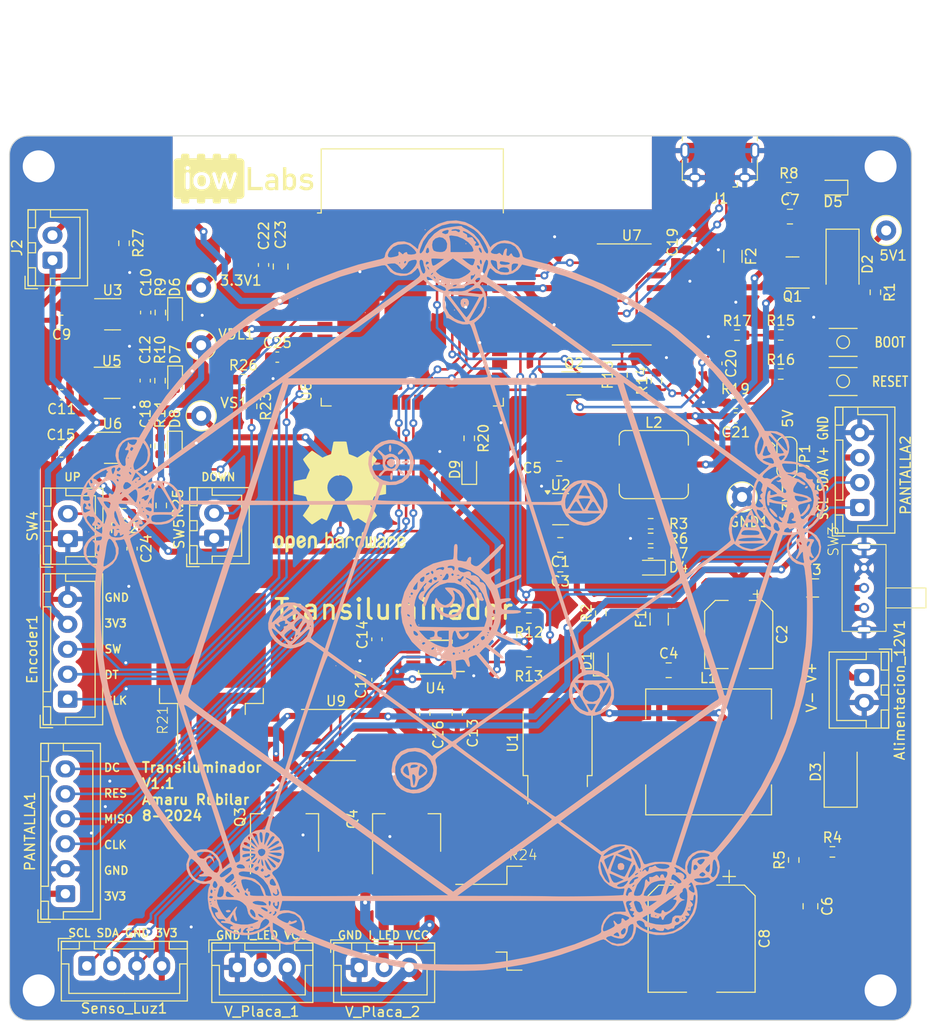
<source format=kicad_pcb>
(kicad_pcb (version 20240108) (generator "pcbnew") (generator_version "8.0")
  (layers (0 "F.Cu" signal) (31 "B.Cu" signal) (34 "B.Paste" user) (35 "F.Paste" user) (36 "B.SilkS" user "B.Silkscreen") (37 "F.SilkS" user "F.Silkscreen") (38 "B.Mask" user) (39 "F.Mask" user) (44 "Edge.Cuts" user))
  (net 0 "")
  (net 1 "GND")
  (net 2 "V_in")
  (net 3 "Net-(U1-Vin)")
  (net 4 "+3.3V")
  (net 5 "Vdac1")
  (net 6 "+5V")
  (net 7 "Vdac2")
  (net 8 "Net-(U2-SW)")
  (net 9 "VS_3V3")
  (net 10 "/IO0")
  (net 11 "/RESET")
  (net 12 "Net-(D1-A)")
  (net 13 "Net-(U2-VBST)")
  (net 14 "5DC")
  (net 15 "V_USB")
  (net 16 "V_12V")
  (net 17 "CLK_ENCODER")
  (net 18 "DT_ENCODER")
  (net 19 "SW_ENCODER")
  (net 20 "SPI_CLK")
  (net 21 "SPI_MISO")
  (net 22 "RES")
  (net 23 "DC")
  (net 24 "Net-(D4-A)")
  (net 25 "Net-(D5-A)")
  (net 26 "Net-(J1-VBUS)")
  (net 27 "/RST#")
  (net 28 "Net-(SW3-B)")
  (net 29 "/DTR#")
  (net 30 "Net-(J1-D-)")
  (net 31 "UP")
  (net 32 "Net-(J1-D+)")
  (net 33 "sda")
  (net 34 "scl")
  (net 36 "DOWN")
  (net 37 "Net-(Q2B-B1)")
  (net 38 "Net-(Q2A-B1)")
  (net 39 "Net-(Q4-E)")
  (net 40 "/IO2")
  (net 41 "Net-(Q4-B)")
  (net 43 "Net-(U2-VFB)")
  (net 44 "Net-(U1-FB)")
  (net 45 "/RX")
  (net 46 "/TX")
  (net 47 "Net-(R15-Pad2)")
  (net 48 "Net-(R16-Pad2)")
  (net 49 "Net-(R22-Pad2)")
  (net 50 "Net-(R23-Pad2)")
  (net 64 "Temp")
  (net 69 "/SD_cs")
  (net 71 "/spi_mosi")
  (net 72 "VCC_H1")
  (net 73 "VDL_3V3")
  (net 75 "I_LED_1")
  (net 77 "I_LED_2")
  (net 78 "Net-(Q3-B)")
  (net 79 "Net-(Q3-E)")
  (net 85 "3.3V")
  (net 86 "Net-(D3-A)")
  (net 87 "Net-(D6-A)")
  (net 88 "Net-(D7-A)")
  (net 89 "Net-(D8-A)")
  (net 90 "Net-(D9-A)")
  (net 94 "Net-(JP1-C)")
  (footprint "IoWLabsLogos:IoWLabs_logo" (layer "F.Cu") (at 132.75289 18.225)
    (property "Reference" "G***" (hide yes))
    (property "Value" "LOGO" (hide yes))
  )
  (footprint "Connector_JST:JST_XH_B4B-XH-A_1x04_P2.50mm_Vertical" (layer "F.Cu") (at 194.42 51.16 90)
    (property "Reference" "PANTALLA2")
    (property "Value" "Conn_01x04_Pin")
  )
  (footprint "IoWLabs:SS-SK12D07VG4-SDDT" (layer "F.Cu") (at 194.845 59.21 90)
    (property "Reference" "SW3")
    (property "Value" "~")
  )
  (footprint "LED_SMD:LED_0603_1608Metric" (layer "F.Cu") (at 173.45 57.18 180)
    (property "Reference" "D4")
    (property "Value" "LED")
  )
  (footprint "Symbol:OSHW-Logo2_14.6x12mm_SilkScreen" (layer "F.Cu") (at 142.35 50.1)
    (property "Reference" "REF**" (hide yes))
    (property "Value" "OSHW-Logo2_14.6x12mm_SilkScreen" (hide yes))
  )
  (footprint "Package_SO:SOIC-16_3.9x9.9mm_P1.27mm" (layer "F.Cu") (at 171.575 29.825)
    (property "Reference" "U7")
    (property "Value" "CH340C")
  )
  (footprint "Connector_USB:USB_Micro-B_Amphenol_10118194_Horizontal" (layer "F.Cu") (at 180.4 16.725 180)
    (property "Reference" "J1")
    (property "Value" "USB_B_Micro")
  )
  (footprint "Connector_JST:JST_XH_B5B-XH-A_1x05_P2.50mm_Vertical" (layer "F.Cu") (at 115.075 70.35 90)
    (property "Reference" "Encoder1")
    (property "Value" "Conn_01x05_Pin")
  )
  (footprint "Connector_JST:JST_XH_B3B-XH-A_1x03_P2.50mm_Vertical" (layer "F.Cu") (at 144.275 97.2)
    (property "Reference" "V_Placa_2")
    (property "Value" "Conn_01x03_Pin")
  )
  (footprint "Package_TO_SOT_SMD:SOT-223-3_TabPin2" (layer "F.Cu") (at 136.8 83.725 90)
    (property "Reference" "Q3")
    (property "Value" "NPN")
  )
  (footprint "Capacitor_SMD:C_0603_1608Metric" (layer "F.Cu") (at 122.845 38.45 -90)
    (property "Reference" "C12")
    (property "Value" "1u")
  )
  (footprint "Resistor_SMD:R_0603_1608Metric" (layer "F.Cu") (at 120.72 24.7 -90)
    (property "Reference" "R27")
    (property "Value" "10k")
  )
  (footprint "Connector_JST:JST_XH_B2B-XH-A_1x02_P2.50mm_Vertical" (layer "F.Cu") (at 129.75 54.225 90)
    (property "Reference" "SW5")
    (property "Value" "SW_Omron_B3FS")
  )
  (footprint "TestPoint:TestPoint_Loop_D2.50mm_Drill1.0mm_LowProfile" (layer "F.Cu") (at 128.44 29.14 180)
    (property "Reference" "3.3V1")
    (property "Value" "3.3V")
  )
  (footprint "Inductor_SMD:L_Bourns_SRP7028A_7.3x6.6mm" (layer "F.Cu") (at 173.785 46.86)
    (property "Reference" "L2")
    (property "Value" "4.7u")
  )
  (footprint "LED_SMD:LED_0603_1608Metric" (layer "F.Cu") (at 155.3 47.35 90)
    (property "Reference" "D9")
    (property "Value" "LED")
  )
  (footprint "Resistor_SMD:R_0603_1608Metric" (layer "F.Cu") (at 155.3 44.225 -90)
    (property "Reference" "R20")
    (property "Value" "330")
  )
  (footprint "Fuse:Fuse_1206_3216Metric" (layer "F.Cu") (at 174.325 62.325 90)
    (property "Reference" "F1")
    (property "Value" "Fuse")
  )
  (footprint "Capacitor_SMD:CP_Elec_6.3x7.7" (layer "F.Cu") (at 182.29 63.87 -90)
    (property "Reference" "C2")
    (property "Value" "47u")
  )
  (footprint "Package_TO_SOT_SMD:SOT-23-5" (layer "F.Cu") (at 119.5325 38.67)
    (property "Reference" "U5")
    (property "Value" "AP2112K-3.3")
  )
  (footprint "Resistor_SMD:R_0603_1608Metric" (layer "F.Cu") (at 133.5 41.025 -90)
    (property "Reference" "R23")
    (property "Value" "200")
  )
  (footprint "Resistor_SMD:R_0603_1608Metric" (layer "F.Cu") (at 174.05 38.475 90)
    (property "Reference" "R14")
    (property "Value" "10K")
  )
  (footprint "Resistor_SMD:R_0603_1608Metric" (layer "F.Cu") (at 187.8 86.45 90)
    (property "Reference" "R5")
    (property "Value" "1k")
  )
  (footprint "Package_TO_SOT_SMD:SOT-363_SC-70-6_Handsoldering" (layer "F.Cu") (at 165.775 38.725)
    (property "Reference" "Q2")
    (property "Value" "Q_Dual_NPN_NPN_BRT_E1B1C2E2B2C1")
  )
  (footprint "Connector_JST:JST_XH_B6B-XH-A_1x06_P2.50mm_Vertical" (layer "F.Cu") (at 114.85 89.825 90)
    (property "Reference" "PANTALLA1")
    (property "Value" "ST77XX")
  )
  (footprint "Package_SO:SOIC-8_3.9x4.9mm_P1.27mm" (layer "F.Cu") (at 141.95 73.93)
    (property "Reference" "U9")
    (property "Value" "TLC272")
  )
  (footprint "Resistor_SMD:R_0603_1608Metric" (layer "F.Cu") (at 191.675 85.635)
    (property "Reference" "R4")
    (property "Value" "11.8k")
  )
  (footprint "Package_TO_SOT_SMD:SOT-23" (layer "F.Cu") (at 187.68 27.63 180)
    (property "Reference" "Q1")
    (property "Value" "Q_PMOS_GSD")
  )
  (footprint "Package_TO_SOT_SMD:SOT-223-3_TabPin2" (layer "F.Cu") (at 149.025 83.725 90)
    (property "Reference" "Q4")
    (property "Value" "NPN")
  )
  (footprint "LED_SMD:LED_0603_1608Metric" (layer "F.Cu") (at 125.84 38.465 -90)
    (property "Reference" "D7")
    (property "Value" "LED")
  )
  (footprint "Resistor_SMD:R_0603_1608Metric" (layer "F.Cu") (at 124.33 38.46 -90)
    (property "Reference" "R10")
    (property "Value" "1k")
  )
  (footprint "Resistor_SMD:R_0603_1608Metric" (layer "F.Cu") (at 161.275 62.225 180)
    (property "Reference" "R12")
    (property "Value" "10k")
  )
  (footprint "Diode_SMD:D_SMA" (layer "F.Cu") (at 192.69 26.8 -90)
    (property "Reference" "D2")
    (property "Value" "D_Schottky")
  )
  (footprint "Capacitor_SMD:C_0603_1608Metric" (layer "F.Cu") (at 114.465 32.41 180)
    (property "Reference" "C9")
    (property "Value" "1u")
  )
  (footprint "Capacitor_SMD:C_0603_1608Metric" (layer "F.Cu") (at 150.85 71.825 -90)
    (property "Reference" "C16")
    (property "Value" "10u")
  )
  (footprint "Package_TO_SOT_SMD:SOT-23-6" (layer "F.Cu") (at 164.45 51.3225)
    (property "Reference" "U2")
    (property "Value" "TPS562200")
  )
  (footprint "Resistor_SMD:R_0603_1608Metric" (layer "F.Cu") (at 173.47 52.78)
    (property "Reference" "R3")
    (property "Value" "54.9k")
  )
  (footprint "Resistor_SMD:R_0603_1608Metric" (layer "F.Cu") (at 173.47 54.25 180)
    (property "Reference" "R6")
    (property "Value" "10k")
  )
  (footprint "Resistor_SMD:R_0603_1608Metric" (layer "F.Cu") (at 182.125 33.9)
    (property "Reference" "R17")
    (property "Value" "10K")
  )
  (footprint "Connector_JST:JST_XH_B3B-XH-A_1x03_P2.50mm_Vertical" (layer "F.Cu") (at 132.075 97.2)
    (property "Reference" "V_Placa_1")
    (property "Value" "Conn_01x03_Pin")
  )
  (footprint "IoWLabs:SMD_SWITCH" (layer "F.Cu") (at 192.75 38.545)
    (property "Reference" "SW2" (hide yes))
    (property "Value" "SW_DIP_x02")
  )
  (footprint "Resistor_SMD:R_0603_1608Metric" (layer "F.Cu") (at 168.475 61.75 90)
    (property "Reference" "R2")
    (property "Value" "1k")
  )
  (footprint "Fuse:Fuse_1206_3216Metric" (layer "F.Cu") (at 189.695 59.21)
    (property "Reference" "F3")
    (property "Value" "FUSE")
  )
  (footprint "Connector_JST:JST_XH_B4B-XH-A_1x04_P2.50mm_Vertical" (layer "F.Cu") (at 117 97.05)
    (property "Reference" "Senso_Luz1")
    (property "Value" "Conn_01x04_Pin")
  )
  (footprint "Fuse:Fuse_1206_3216Metric" (layer "F.Cu") (at 181.71 26.01 -90)
    (property "Reference" "F2")
    (property "Value" "FUSE")
  )
  (footprint "Capacitor_SMD:C_0603_1608Metric" (layer "F.Cu") (at 114.47 39.87 180)
    (property "Reference" "C11")
    (property "Value" "1u")
  )
  (footprint "Connector_JST:JST_XH_B2B-XH-A_1x02_P2.50mm_Vertical" (layer "F.Cu") (at 115.1 54.275 90)
    (property "Reference" "SW4")
    (property "Value" "SW_Omron_B3FS")
  )
  (footprint "LED_SMD:LED_0603_1608Metric" (layer "F.Cu") (at 191.73 19.13 180)
    (property "Reference" "D5")
    (property "Value" "LED")
  )
  (footprint "Connector_JST:JST_XH_B2B-XH-A_1x02_P2.50mm_Vertical" (layer "F.Cu") (at 194.86 68.18 -90)
    (property "Reference" "Alimentacion_12V1")
    (property "Value" "HDR-2x1")
  )
  (footprint "Resistor_SMD:R_0603_1608Metric" (layer "F.Cu") (at 170.6 37.875 90)
    (property "Reference" "R18")
    (property "Value" "10K")
  )
  (footprint "Capacitor_SMD:C_0805_2012Metric" (layer "F.Cu") (at 189.475 91.075 -90)
    (property "Reference" "C6")
    (property "Value" "1u")
  )
  (footprint "Package_TO_SOT_SMD:TO-252-5_TabPin6" (layer "F.Cu") (at 164.15 74.685 90)
    (property "Reference" "U1")
    (property "Value" "XL6008")
  )
  (footprint "Capacitor_SMD:C_0805_2012Metric" (layer "F.Cu") (at 164.42 54.9025 180)
    (property "Reference" "C1")
    (property "Value" "10u")
  )
  (footprint "Resistor_SMD:R_0603_1608Metric" (layer "F.Cu") (at 124.34 45 -90)
    (property "Reference" "R11")
    (property "Value" "1k")
  )
  (footprint "RF_Module:ESP32-WROOM-32" (layer "F.Cu") (at 149.5932 31.11)
    (property "Reference" "U8")
    (property "Value" "ESP32-WROOM-32D")
  )
  (footprint "TestPoint:TestPoint_Loop_D2.50mm_Drill1.0mm_LowProfile" (layer "F.Cu") (at 128.45 41.98 180)
    (property "Reference" "VS1")
    (property "Value" "VS_3V3")
  )
  (footprint "LED_SMD:LED_0603_1608Metric" (layer "F.Cu") (at 168.475 66.525 90)
    (property "Reference" "D1")
    (property "Value" "LED")
  )
  (footprint "IoWLabs:TO-263-3 TAB 3" (layer "F.Cu") (at 128.905 69.165 90)
    (property "Reference" "R21")
    (property "Value" "3.3")
  )
  (footprint "IoWLabs:TO-263-3 TAB 3" (layer "F.Cu") (at 160.685 91.705)
    (property "Reference" "R24")
    (property "Value" "3.3")
  )
  (footprint "Capacitor_SMD:C_0603_1608Metric" (layer "F.Cu") (at 181.99 42.19 180)
    (property "Reference" "C21")
    (property "Value" "100n")
  )
  (footprint "Capacitor_SMD:C_0805_2012Metric" (layer "F.Cu") (at 136.41 27.03 -90)
    (property "Reference" "C23")
    (property "Value" "10u")
  )
  (footprint "Capacitor_SMD:C_0805_2012Metric" (layer "F.Cu") (at 187.42 22.03)
    (property "Reference" "C7")
    (property "Value" "22u")
  )
  (footprint "Resistor_SMD:R_0603_1608Metric" (layer "F.Cu") (at 186.5 33.875)
    (property "Reference" "R15")
    (property "Value" "200")
  )
  (footprint "Capacitor_SMD:C_0805_2012Metric" (layer "F.Cu") (at 164.31 47.25 180)
    (property "Reference" "C5")
    (property "Value" "0.1u")
  )
  (footprint "Resistor_SMD:R_0603_1608Metric" (layer "F.Cu") (at 132.675 38.35)
    (property "Reference" "R26")
    (property "Value" "10K")
  )
  (footprint "Resistor_SMD:R_0603_1608Metric" (layer "F.Cu") (at 120.7 51.775 180)
    (property "Reference" "R22")
    (property "Value" "200")
  )
  (footprint "Capacitor_SMD:C_0603_1608Metric" (layer "F.Cu") (at 146.05 68.4 -90)
    (property "Reference" "C17")
    (property "Value" "0.1u")
  )
  (footprint "Package_TO_SOT_SMD:SOT-23-5" (layer "F.Cu") (at 119.5775 31.81)
    (property "Reference" "U3")
    (property "Value" "AP2112K-3.3")
  )
  (footprint "Capacitor_SMD:C_0603_1608Metric" (layer "F.Cu") (at 121.525 55.275 -90)
    (property "Reference" "C24")
    (property "Value" "100n")
  )
  (footprint "TestPoint:TestPoint_Loop_D2.50mm_Drill1.0mm_LowProfile" (layer "F.Cu") (at 128.45 34.91 180)
    (property "Reference" "VDL1")
    (property "Value" "VDL_3V3")
  )
  (footprint "LED_SMD:LED_0603_1608Metric" (layer "F.Cu") (at 125.81 45 -90)
    (property "Reference" "D8")
    (property "Value" "LED")
  )
  (footprint "TestPoint:TestPoint_Loop_D2.50mm_Drill1.0mm_LowProfile" (layer "F.Cu") (at 182.625 50.1)
    (property "Reference" "GND1")
    (property "Value" "GND")
  )
  (footprint "Resistor_SMD:R_0603_1608Metric" (layer "F.Cu") (at 124.45 50.95 -90)
    (property "Reference" "R25")
    (property "Value" "10K")
  )
  (footprint "Capacitor_SMD:C_0603_1608Metric" (layer "F.Cu") (at 136.075 36.1)
    (property "Reference" "C25")
    (property "Value" "100n")
  )
  (footprint "Package_TO_SOT_SMD:SOT-23-5" (layer "F.Cu") (at 119.5625 45.175)
    (property "Reference" "U6")
    (property "Value" "AP2112K-3.3")
  )
  (footprint "Capacitor_SMD:C_0603_1608Metric" (layer "F.Cu") (at 146.05 64.35 90)
    (property "Reference" "C14")
    (property "Value" "0.1u")
  )
  (footprint "Capacitor_SMD:C_0603_1608Metric" (layer "F.Cu") (at 134.695 26.87 -90)
    (property "Reference" "C22")
    (property "Value" "100n")
  )
  (footprint "Connector_JST:JST_XH_B2B-XH-A_1x02_P2.50mm_Vertical" (layer "F.Cu") (at 113.56 26.4 90)
    (property "Reference" "J2")
    (property "Value" "Conn_01x02_Pin")
  )
  (footprint "Inductor_SMD:L_12x12mm_H8mm" (layer "F.Cu") (at 179.275 75.625)
    (property "Reference" "L1")
    (property "Value" "33u")
  )
  (footprint "TestPoint:TestPoint_Loop_D2.50mm_Drill1.0mm_LowProfile" (layer "F.Cu") (at 197.06 23.42)
    (property "Reference" "5V1")
    (property "Value" "5V")
  )
  (footprint "Capacitor_SMD:C_0603_1608Metric" (layer "F.Cu") (at 114.45 45.6 180)
    (property "Reference" "C15")
    (property "Value" "1u")
  )
  (footprint "Package_SO:MSOP-10_3x3mm_P0.5mm" (layer "F.Cu") (at 151.9 66.125 180)
    (property "Reference" "U4")
    (property "Value" "MCP4728")
  )
  (footprint "Capacitor_SMD:C_0603_1608Metric" (layer "F.Cu") (at 177.1 24.6 90)
    (property "Reference" "C19")
    (property "Value" "100n")
  )
  (footprint "Resistor_SMD:R_0603_1608Metric" (layer "F.Cu") (at 124.365 31.635 -90)
    (property "Reference" "R9")
    (property "Value" "1k")
  )
  (footprint "IoWLabs:SMD_SWITCH" (layer "F.Cu") (at 192.75 34.625)
    (property "Reference" "SW1" (hide yes))
    (property "Value" "SW_DIP_x02")
  )
  (footprint "Resistor_SMD:R_0603_1608Metric" (layer "F.Cu") (at 187.31 19.13)
    (property "Reference" "R8")
    (property "Value" "470")
  )
  (footprint "Capacitor_SMD:C_0603_1608Metric" (layer "F.Cu") (at 154.1 71.825 -90)
    (property "Reference" "C13")
    (property "Value" "0.1u")
  )
  (footprint "Capacitor_SMD:C_0805_2012Metric" (layer "F.Cu") (at 175.275 67.45)
    (property "Reference" "C4")
    (property "Value" "1u")
  )
  (footprint "Jumper:SolderJumper-3_P1.3mm_Open_RoundedPad1.0x1.5mm" (layer "F.Cu") (at 187.12 46.15 -90)
    (property "Reference" "JP1")
    (property "Value" "SolderJumper_3_Open")
  )
  (footprint "Resistor_SMD:R_0603_1608Metric" (layer "F.Cu") (at 186.5 37.79)
    (property "Reference" "R16")
    (property "Value" "200")
  )
  (footprint "Resistor_SMD:R_0603_1608Metric" (layer "F.Cu") (at 181.95 40.725)
    (property "Reference" "R19")
    (property "Value" "10K")
  )
  (footprint "Resistor_SMD:R_0603_1608Metric" (layer "F.Cu") (at 195.98 29.61 -90)
    (property "Reference" "R1")
    (property "Value" "10K")
  )
  (footprint "Resistor_SMD:R_0603_1608Metric" (layer "F.Cu") (at 173.47 55.72 180)
    (property "Reference" "R7")
    (property "Value" "470")
  )
  (footprint "Capacitor_SMD:C_0603_1608Metric" (layer "F.Cu") (at 180.1 36.725 -90)
    (property "Reference" "C20")
    (property "Value" "100n")
  )
  (footprint "Resistor_SMD:R_0603_1608Metric" (layer "F.Cu") (at 161.275 66.625 180)
    (property "Reference" "R13")
    (property "Value" "10k")
  )
  (footprint "Capacitor_SMD:CP_Elec_10x10.5" (layer "F.Cu") (at 178.575 94.325 -90)
    (property "Reference" "C8")
    (property "Value" "220u")
  )
  (footprint "Capacitor_SMD:C_0603_1608Metric" (layer "F.Cu") (at 122.88 45 -90)
    (property "Reference" "C18")
    (property "Value" "1u")
  )
  (footprint "LED_SMD:LED_0603_1608Metric" (layer "F.Cu") (at 125.835 31.635 -90)
    (property "Reference" "D6")
    (property "Value" "LED")
  )
  (footprint "Capacitor_SMD:C_0805_2012Metric" (layer "F.Cu") (at 164.42 56.87 180)
    (property "Reference" "C3")
    (property "Value" "0.1u")
  )
  (footprint "Capacitor_SMD:C_0603_1608Metric" (layer "F.Cu") (at 122.89 31.635 -90)
    (property "Reference" "C10")
    (property "Value" "1u")
  )
  (footprint "Diode_SMD:D_SMA" (layer "F.Cu") (at 192.5 77.65 90)
    (property "Reference" "D3")
    (property "Value" "D_Schottky")
  )
  (footprint "Imagenes_png:circulo_final_bien" (layer "B.Cu") (at 154.135546 60.041775 180)
    (property "Reference" "G***" (hide yes))
    (property "Value" "LOGO" (hide yes))
  )
  (gr_line (start 109.250181 15.851039) (end 109.25 100.625) (stroke (width 0.1)) (layer "Edge.Cuts"))
  (gr_line (start 111.125 13.95) (end 197.698961 13.950181) (stroke (width 0.1)) (layer "Edge.Cuts"))
  (gr_arc (start 109.250181 15.851039) (mid 109.79 14.508413) (end 111.125 13.95) (stroke (width 0.1)) (layer "Edge.Cuts"))
  (gr_line (start 199.6 15.825) (end 199.599819 100.598961) (stroke (width 0.1)) (layer "Edge.Cuts"))
  (gr_arc (start 111.151039 102.499819) (mid 109.808413 101.96) (end 109.25 100.625) (stroke (width 0.1)) (layer "Edge.Cuts"))
  (gr_line (start 111.151039 102.499819) (end 197.725 102.5) (stroke (width 0.1)) (layer "Edge.Cuts"))
  (gr_arc (start 197.698961 13.950181) (mid 199.041587 14.49) (end 199.6 15.825) (stroke (width 0.1)) (layer "Edge.Cuts"))
  (gr_arc (start 199.599819 100.598961) (mid 199.06 101.941587) (end 197.725 102.5) (stroke (width 0.1)) (layer "Edge.Cuts"))
  (gr_text "GND I_LED VCC" (at 129.85 94.45 0) (layer "F.SilkS") (effects (font (size 0.8 0.8)) (justify left bottom)))
  (gr_text "V-" (at 190.18 71.765 90) (layer "F.SilkS") (effects (font (size 1 1)) (justify left bottom)))
  (gr_text "5V" (at 187.8 43.26 90) (layer "F.SilkS") (effects (font (size 1 1)) (justify left bottom)))
  (gr_text "Transiluminador\nV1.1\nAmaru Rubilar\n8-2024" (at 122.4 82.6 0) (layer "F.SilkS") (effects (font (size 1 1) (thickness 0.2) (bold yes)) (justify left bottom)))
  (gr_text "SCL SDA GND 3V3" (at 115.05 94.225 0) (layer "F.SilkS") (effects (font (size 0.8 0.8)) (justify left bottom)))
  (gr_text "DC\n\nRES\n\nMISO\n\nCLK\n\nGND\n\n3V3" (at 118.625 90.55 0) (layer "F.SilkS") (effects (font (size 0.8 0.8)) (justify left bottom)))
  (gr_text "UP" (at 114.65 48.575 0) (layer "F.SilkS") (effects (font (size 0.8 0.8)) (justify left bottom)))
  (gr_text "3V3" (at 187.8 51.61 90) (layer "F.SilkS") (effects (font (size 1 1)) (justify left bottom)))
  (gr_text "SCL SDA V+ GND" (at 191.32 52.49 90) (layer "F.SilkS") (effects (font (size 1 0.8)) (justify left bottom)))
  (gr_text "GND\n\n3V3\n\nSW\n\nDT\n\nCLK" (at 118.675 70.95 0) (layer "F.SilkS") (effects (font (size 0.8 0.8)) (justify left bottom)))
  (gr_text "DOWN\n" (at 128.375 48.575 0) (layer "F.SilkS") (effects (font (size 0.8 0.8)) (justify left bottom)))
  (gr_text "GND I_LED VCC" (at 142.05 94.45 0) (layer "F.SilkS") (effects (font (size 0.8 0.8)) (justify left bottom)))
  (gr_text "V+" (at 190.13 68.84 90) (layer "F.SilkS") (effects (font (size 1 1)) (justify left bottom)))
  (gr_text "Transiluminador" (at 135.575 62.525 0) (layer "F.SilkS") (effects (font (size 2 2) (thickness 0.3)) (justify left bottom)))
  (segment (start 118.44 31.81) (end 122.29 31.81) (width 0.254) (layer "F.Cu") (net 1))
  (segment (start 122.29 31.81) (end 122.89 32.41) (width 0.254) (layer "F.Cu") (net 1))
  (segment (start 118.425 45.175) (end 122.28 45.175) (width 0.25) (layer "F.Cu") (net 1))
  (segment (start 125.9 93.15) (end 127.45 93.15) (width 0.254) (layer "F.Cu") (net 1))
  (segment (start 122.88 47.59) (end 122.89 47.6) (width 0.25) (layer "F.Cu") (net 1))
  (segment (start 122.88 45.775) (end 122.88 47.59) (width 0.25) (layer "F.Cu") (net 1))
  (segment (start 122.89 33.39) (end 121.27 35.01) (width 0.254) (layer "F.Cu") (net 1))
  (segment (start 122.28 45.175) (end 122.88 45.775) (width 0.25) (layer "F.Cu") (net 1))
  (segment (start 125.84 37.6775) (end 127.3625 37.6775) (width 0.25) (layer "F.Cu") (net 1))
  (segment (start 175.675 19.25) (end 175.675 17.4) (width 0.254) (layer "F.Cu") (net 1))
  (segment (start 180.31 42.19) (end 181.215 42.19) (width 0.25) (layer "F.Cu") (net 1))
  (segment (start 148.55 67.125) (end 148.1 67.575) (width 0.254) (layer "F.Cu") (net 1))
  (segment (start 178.675 19.9) (end 176.325 19.9) (width 0.254) (layer "F.Cu") (net 1))
  (segment (start 163.3125 50.3725) (end 163.3125 49.7925) (width 0.6096) (layer "F.Cu") (net 1))
  (segment (start 179.1 18.125) (end 179.1 19.475) (width 0.254) (layer "F.Cu") (net 1))
  (segment (start 122.845 39.225) (end 122.845 40.005) (width 0.254) (layer "F.Cu") (net 1))
  (segment (start 178.75 40.63) (end 180.31 42.19) (width 0.25) (layer "F.Cu") (net 1))
  (segment (start 127.3625 37.6775) (end 127.55 37.49) (width 0.25) (layer "F.Cu") (net 1))
  (segment (start 118.395 38.67) (end 121.061236 38.67) (width 0.254) (layer "F.Cu") (net 1))
  (segment (start 121.616236 39.225) (end 122.845 39.225) (width 0.254) (layer "F.Cu") (net 1))
  (segment (start 179.1 18.125) (end 179.1 15.725) (width 0.254) (layer "F.Cu") (net 1))
  (segment (start 122.845 40.005) (end 121.74 41.11) (width 0.254) (layer "F.Cu") (net 1))
  (segment (start 163.3125 49.7925) (end 162.54 49.02) (width 0.6096) (layer "F.Cu") (net 1))
  (segment (start 125.835 30.8475) (end 127.4875 30.8475) (width 0.25) (layer "F.Cu") (net 1))
  (segment (start 122 97.05) (end 125.9 93.15) (width 0.254) (layer "F.Cu") (net 1))
  (segment (start 127.4875 30.8475) (end 128.55 31.91) (width 0.25) (layer "F.Cu") (net 1))
  (segment (start 172.645 54.25) (end 171.45 54.25) (width 0.6096) (layer "F.Cu") (net 1))
  (segment (start 177.9 18.125) (end 179.1 18.125) (width 0.254) (layer "F.Cu") (net 1))
  (segment (start 149.7 67.125) (end 148.55 67.125) (width 0.254) (layer "F.Cu") (net 1))
  (segment (start 122.89 32.41) (end 122.89 33.39) (width 0.254) (layer "F.Cu") (net 1))
  (segment (start 179.1 19.475) (end 178.675 19.9) (width 0.254) (layer "F.Cu") (net 1))
  (segment (start 125.81 44.2125) (end 127.4625 44.2125) (width 0.25) (layer "F.Cu") (net 1))
  (segment (start 175.675 17.4) (end 176.9 16.175) (width 0.254) (layer "F.Cu") (net 1))
  (segment (start 127.4625 44.2125) (end 127.96 44.71) (width 0.25) (layer "F.Cu") (net 1))
  (segment (start 179.1 15.725) (end 179.4 15.425) (width 0.254) (layer "F.Cu") (net 1))
  (segment (start 176.325 19.9) (end 175.675 19.25) (width 0.254) (layer "F.Cu") (net 1))
  (segment (start 177.5 15.425) (end 183.3 15.425) (width 0.254) (layer "F.Cu") (net 1))
  (segment (start 176.9 16.175) (end 176.9 15.425) (width 0.254) (layer "F.Cu") (net 1))
  (segment (start 121.061236 38.67) (end 121.616236 39.225) (width 0.254) (layer "F.Cu") (net 1))
  (via (at 128.55 31.91) (size 0.6) (drill 0.3) (layers "F.Cu" "B.Cu") (net 1))
  (via (at 112.175 99.5) (size 3.6) (drill 3.2) (layers "F.Cu" "B.Cu") (net 1))
  (via (at 152.35 45.55) (size 0.6) (drill 0.3) (layers "F.Cu" "B.Cu") (net 1))
  (via (at 121.27 35.01) (size 0.6) (drill 0.3) (layers "F.Cu" "B.Cu") (net 1))
  (via (at 135.65 38.25) (size 0.6) (drill 0.3) (layers "F.Cu" "B.Cu") (net 1))
  (via (at 175.05 36.15) (size 0.6) (drill 0.3) (layers "F.Cu" "B.Cu") (net 1))
  (via (at 178.75 40.63) (size 0.6) (drill 0.3) (layers "F.Cu" "B.Cu") (net 1))
  (via (at 112.175 17) (size 3.6) (drill 3.2) (layers "F.Cu" "B.Cu") (net 1))
  (via (at 158.48 42.67) (size 0.6) (drill 0.3) (layers "F.Cu" "B.Cu") (net 1))
  (via (at 163.85 24.05) (size 0.6) (drill 0.3) (layers "F.Cu" "B.Cu") (net 1))
  (via (at 156.6 27.75) (size 0.6) (drill 0.3) (layers "F.Cu" "B.Cu") (net 1))
  (via (at 127.45 93.15) (size 0.6) (drill 0.3) (layers "F.Cu" "B.Cu") (net 1))
  (via (at 144.35 66.5) (size 0.6) (drill 0.3) (layers "F.Cu" "B.Cu") (net 1))
  (via (at 120.938897 69.301157) (size 0.6) (drill 0.3) (layers "F.Cu" "B.Cu") (net 1))
  (via (at 119.3 78.55) (size 0.6) (drill 0.3) (layers "F.Cu" "B.Cu") (net 1))
  (via (at 121.29 27.63) (size 0.6) (drill 0.3) (layers "F.Cu" "B.Cu") (net 1))
  (via (at 171.45 54.25) (size 0.6) (drill 0.3) (layers "F.Cu" "B.Cu") (net 1))
  (via (at 180.25 25.35) (size 0.6) (drill 0.3) (layers "F.Cu" "B.Cu") (net 1))
  (via (at 147.7 77.85) (size 0.6) (drill 0.3) (layers "F.Cu" "B.Cu") (net 1))
  (via (at 144.35 27.55) (size 0.6) (drill 0.3) (layers "F.Cu" "B.Cu") (net 1))
  (via (at 156.35 34.65) (size 0.6) (drill 0.3) (layers "F.Cu" "B.Cu") (net 1))
  (via (at 121.2 59.05) (size 0.6) (drill 0.3) (layers "F.Cu" "B.Cu") (net 1))
  (via (at 127.96 44.71) (size 0.6) (drill 0.3) (layers "F.Cu" "B.Cu") (net 1))
  (via (at 148.1 67.575) (size 0.6) (drill 0.3) (layers "F.Cu" "B.Cu") (net 1))
  (via (at 177.4 28.5) (size 0.6) (drill 0.3) (layers "F.Cu" "B.Cu") (net 1))
  (via (at 122.89 47.6) (size 0.6) (drill 0.3) (layers "F.Cu" "B.Cu") (net 1))
  (via (at 163.8 32.85) (size 0.6) (drill 0.3) (layers "F.Cu" "B.Cu") (net 1))
  (via (at 147.35 84.1) (size 0.6) (drill 0.3) (layers "F.Cu" "B.Cu") (net 1))
  (via (at 154.95 31.1) (size 0.6) (drill 0.3) (layers "F.Cu" "B.Cu") (net 1))
  (via (at 127.55 37.49) (size 0.6) (drill 0.3) (layers "F.Cu" "B.Cu") (net 1))
  (via (at 162.54 49.02) (size 0.6) (drill 0.3) (layers "F.Cu" "B.Cu") (net 1))
  (via (at 138.65 83.94) (size 0.6) (drill 0.3) (layers "F.Cu" "B.Cu") (net 1))
  (via (at 121.74 41.11) (size 0.6) (drill 0.3) (layers "F.Cu" "B.Cu") (net 1))
  (via (at 182 30.6) (size 0.6) (drill 0.3) (layers "F.Cu" "B.Cu") (net 1))
  (via (at 120.9 66.7) (size 0.6) (drill 0.3) (layers "F.Cu" "B.Cu") (net 1))
  (via (at 155.75 68) (size 0.6) (drill 0.3) (layers "F.Cu" "B.Cu") (net 1))
  (via (at 117.45 83.75) (size 0.6) (drill 0.3) (layers "F.Cu" "B.Cu") (net 1))
  (via (at 118.85 81.1) (size 0.6) (drill 0.3) (layers "F.Cu" "B.Cu") (net 1))
  (via (at 189.8 32.1) (size 0.6) (drill 0.3) (layers "F.Cu" "B.Cu") (net 1))
  (via (at 196.5 17) (size 3.6) (drill 3.2) (layers "F.Cu" "B.Cu") (net 1))
  (via (at 179.25 34.05) (size 0.6) (drill 0.3) (layers "F.Cu" "B.Cu") (net 1))
  (via (at 196.5 99.5) (size 3.6) (drill 3.2) (layers "F.Cu" "B.Cu") (net 1))
  (segment (start 182.29 58.3) (end 182.29 61.17) (width 0.6096) (layer "F.Cu") (net 2))
  (segment (start 178.64 57.42) (end 181.41 57.42) (width 0.6096) (layer "F.Cu") (net 2))
  (segment (start 165.37 54.9025) (end 166.5525 54.9025) (width 0.6096) (layer "F.Cu") (net 2))
  (segment (start 166.9 55.25) (end 166.9 56.04) (width 0.6096) (layer "F.Cu") (net 2))
  (segment (start 186.26 59.21) (end 188.295 59.21) (width 0.6096) (layer "F.Cu") (net 2))
  (segment (start 163.3125 52.845) (end 165.37 54.9025) (width 0.6096) (layer "F.Cu") (net 2))
  (segment (start 166.07 56.87) (end 166.07 59.595) (width 0.6096) (layer "F.Cu") (net 2))
  (segment (start 168.5 60.925) (end 175.575 60.925) (width 0.6096) (layer "F.Cu") (net 2))
  (segment (start 166.5525 54.9025) (end 166.9 55.25) (width 0.6096) (layer "F.Cu") (net 2))
  (segment (start 184.44 57.39) (end 186.26 59.21) (width 0.6096) (layer "F.Cu") (net 2))
  (segment (start 176.64 60.92) (end 177.73 59.83) (width 0.6096) (layer "F.Cu") (net 2))
  (segment (start 144.425 72.025) (end 147.125 72.025) (width 0.6096) (layer "F.Cu") (net 2))
  (segment (start 166.07 59.595) (end 167.4 60.925) (width 0.6096) (layer "F.Cu") (net 2))
  (segment (start 181.41 57.42) (end 182.29 58.3) (width 0.6096) (layer "F.Cu") (net 2))
  (segment (start 175.575 60.925) (end 175.58 60.92) (width 0.6096) (layer "F.Cu") (net 2))
  (segment (start 167.4 60.925) (end 168.475 60.925) (width 0.6096) (layer "F.Cu") (net 2))
  (segment (start 165.125 63.2) (end 167.4 60.925) (width 0.6096) (layer "F.Cu") (net 2))
  (segment (start 163.955184 52.2725) (end 163.3125 52.2725) (width 0.6096) (layer "F.Cu") (net 2))
  (segment (start 182.29 58.3) (end 183.2 57.39) (width 0.6096) (layer "F.Cu") (net 2))
  (segment (start 183.2 57.39) (end 184.44 57.39) (width 0.6096) (layer "F.Cu") (net 2))
  (segment (start 163.3125 52.2725) (end 163.3125 52.845) (width 0.6096) (layer "F.Cu") (net 2))
  (segment (start 166.07 56.87) (end 165.37 56.87) (width 0.6096) (layer "F.Cu") (net 2))
  (segment (start 175.58 60.92) (end 176.64 60.92) (width 0.6096) (layer "F.Cu") (net 2))
  (segment (start 165.5875 51.3225) (end 164.905184 51.3225) (width 0.6096) (layer "F.Cu") (net 2))
  (segment (start 177.73 58.33) (end 178.64 57.42) (width 0.6096) (layer "F.Cu") (net 2))
  (segment (start 166.9 56.04) (end 166.07 56.87) (width 0.6096) (layer "F.Cu") (net 2))
  (segment (start 177.73 59.83) (end 177.73 58.33) (width 0.6096) (layer "F.Cu") (net 2))
  (segment (start 164.905184 51.3225) (end 163.955184 52.2725) (width 0.6096) (layer "F.Cu") (net 2))
  (segment (start 147.125 72.025) (end 147.175 72.075) (width 0.254) (layer "F.Cu") (net 2))
  (via (at 165.125 63.2) (size 0.8) (drill 0.4) (layers "F.Cu" "B.Cu") (net 2))
  (via (at 147.175 72.075) (size 0.8) (drill 0.4) (layers "F.Cu" "B.Cu") (net 2))
  (segment (start 165.125 68.825) (end 165.125 63.2) (width 0.6096) (layer "B.Cu") (net 2))
  (segment (start 161.875 72.075) (end 165.125 68.825) (width 0.6096) (layer "B.Cu") (net 2))
  (segment (start 147.175 72.075) (end 161.875 72.075) (width 0.6096) (layer "B.Cu") (net 2))
  (segment (start 174.325 63.725) (end 174.325 75.625) (width 0.6096) (layer "F.Cu") (net 3))
  (segment (start 165.29 79.725) (end 165.29 78.41) (width 0.6096) (layer "F.Cu") (net 3))
  (segment (start 166.1 77.6) (end 172.35 77.6) (width 0.6096) (layer "F.Cu") (net 3))
  (segment (start 165.29 78.41) (end 166.1 77.6) (width 0.6096) (layer "F.Cu") (net 3))
  (segment (start 172.35 77.6) (end 174.325 75.625) (width 0.6096) (layer "F.Cu") (net 3))
  (segment (start 131.13 26.45) (end 131.13 25.14) (width 0.6096) (layer "F.Cu") (net 4))
  (segment (start 117 100.7) (end 122.7 100.7) (width 0.6096) (layer "F.Cu") (net 4))
  (segment (start 134.695 25.08) (end 134.695 26.095) (width 0.6096) (layer "F.Cu") (net 4))
  (segment (start 134.165 24.55) (end 134.695 25.08) (width 0.6096) (layer "F.Cu") (net 4))
  (segment (start 120.44 30.86) (end 120.715 30.86) (width 0.6096) (layer "F.Cu") (net 4))
  (segment (start 111.95 95.65) (end 117 100.7) (width 0.6096) (layer "F.Cu") (net 4))
  (segment (start 113.225 89.825) (end 111.95 91.1) (width 0.6096) (layer "F.Cu") (net 4))
  (segment (start 122.89 30) (end 122.89 29.73) (width 0.6096) (layer "F.Cu") (net 4))
  (segment (start 123.88 29.16) (end 124.365 29.645) (width 0.6096) (layer "F.Cu") (net 4))
  (segment (start 123.46 29.16) (end 123.88 29.16) (width 0.6096) (layer "F.Cu") (net 4))
  (segment (start 188.4173 51.4373) (end 187.12 50.14) (width 0.6096) (layer "F.Cu") (net 4))
  (segment (start 128.44 29.14) (end 131.13 26.45) (width 0.6096) (layer "F.Cu") (net 4))
  (segment (start 111.575 31.875) (end 114.23 29.22) (width 0.6096) (layer "F.Cu") (net 4))
  (segment (start 137.35 24.13) (end 136.41 25.07) (width 0.6096) (layer "F.Cu") (net 4))
  (segment (start 111.95 91.1) (end 111.95 95.65) (width 0.6096) (layer "F.Cu") (net 4))
  (segment (start 113.125 89.825) (end 111.575 88.275) (width 0.6096) (layer "F.Cu") (net 4))
  (segment (start 114.85 89.825) (end 113.225 89.825) (width 0.6096) (layer "F.Cu") (net 4))
  (segment (start 120.715 29.905) (end 121.41 29.21) (width 0.6096) (layer "F.Cu") (net 4))
  (segment (start 136.41 25.07) (end 136.41 26.08) (width 0.6096) (layer "F.Cu") (net 4))
  (segment (start 114.23 29.22) (end 120.03 29.22) (width 0.6096) (layer "F.Cu") (net 4))
  (segment (start 124.87 29.14) (end 128.44 29.14) (width 0.6096) (layer "F.Cu") (net 4))
  (segment (start 124.365 29.645) (end 124.87 29.14) (width 0.6096) (layer "F.Cu") (net 4))
  (segment (start 122.37 29.21) (end 122.89 29.73) (width 0.6096) (layer "F.Cu") (net 4))
  (segment (start 120.03 29.22) (end 120.715 29.905) (width 0.6096) (layer "F.Cu") (net 4))
  (segment (start 136.41 25.07) (end 135.87 24.53) (width 0.6096) (layer "F.Cu") (net 4))
  (segment (start 111.575 88.275) (end 111.575 31.875) (width 0.6096) (layer "F.Cu") (net 4))
  (segment (start 135.87 24.53) (end 135.245 24.53) (width 0.6096) (layer "F.Cu") (net 4))
  (segment (start 187.12 47.45) (end 187.12 50.14) (width 0.6096) (layer "F.Cu") (net 4))
  (segment (start 124.5 98.9) (end 124.5 97.05) (width 0.6096) (layer "F.Cu") (net 4))
  (segment (start 122.7 100.7) (end 124.5 98.9) (width 0.6096) (layer "F.Cu") (net 4))
  (segment (start 186.55 57.36) (end 188.4173 55.4927) (width 0.6096) (layer "F.Cu") (net 4))
  (segment (start 114.85 89.825) (end 113.125 89.825) (width 0.6096) (layer "F.Cu") (net 4))
  (segment (start 140.8382 24.125) (end 140.8432 24.13) (width 0.6096) (layer "F.Cu") (net 4))
  (segment (start 122.89 30) (end 122.89 30.86) (width 0.6096) (layer "F.Cu") (net 4))
  (segment (start 124.365 29.645) (end 124.365 30.81) (width 0.6096) (layer "F.Cu") (net 4))
  (segment (start 140.8432 24.13) (end 137.35 24.13) (width 0.6096) (layer "F.Cu") (net 4))
  (segment (start 122.89 29.73) (end 123.46 29.16) (width 0.6096) (layer "F.Cu") (net 4))
  (segment (start 121.41 29.21) (end 122.37 29.21) (width 0.6096) (layer "F.Cu") (net 4))
  (segment (start 131.13 25.14) (end 131.72 24.55) (width 0.6096) (layer "F.Cu") (net 4))
  (segment (start 188.4173 55.4927) (end 188.4173 51.4373) (width 0.6096) (layer "F.Cu") (net 4))
  (segment (start 131.72 24.55) (end 134.165 24.55) (width 0.6096) (layer "F.Cu") (net 4))
  (segment (start 120.715 30.86) (end 120.715 29.905) (width 0.6096) (layer "F.Cu") (net 4))
  (segment (start 135.245 24.53) (end 134.695 25.08) (width 0.6096) (layer "F.Cu") (net 4))
  (via (at 186.55 57.36) (size 0.8) (drill 0.4) (layers "F.Cu" "B.Cu") (net 4))
  (segment (start 169.0802 60.4798) (end 175.747268 60.4798) (width 0.6096) (layer "B.Cu") (net 4))
  (segment (start 175.747268 60.4798) (end 178.867068 57.36) (width 0.6096) (layer "B.Cu") (net 4))
  (segment (start 162.115147 72.9798) (end 165.9346 69.160347) (width 0.6096) (layer "B.Cu") (net 4))
  (segment (start 178.867068 57.36) (end 186.55 57.36) (width 0.6096) (layer "B.Cu") (net 4))
  (segment (start 124.5 97.05) (end 124.5 92.2935) (width 0.6096) (layer "B.Cu") (net 4))
  (segment (start 165.9346 69.160347) (end 165.9346 63.6254) (width 0.6096) (layer "B.Cu") (net 4))
  (segment (start 165.9346 63.6254) (end 169.0802 60.4798) (width 0.6096) (layer "B.Cu") (net 4))
  (segment (start 143.8137 72.9798) (end 162.115147 72.9798) (width 0.6096) (layer "B.Cu") (net 4))
  (segment (start 124.5 92.2935) (end 143.8137 72.9798) (width 0.6096) (layer "B.Cu") (net 4))
  (segment (start 146.05 65.125) (end 149.7 65.125) (width 0.254) (layer "F.Cu") (net 5))
  (segment (start 141.45 73.564999) (end 141.45 67.725) (width 0.254) (layer "F.Cu") (net 5))
  (segment (start 140.449999 74.565) (end 141.45 73.564999) (width 0.254) (layer "F.Cu") (net 5))
  (segment (start 139.475 74.565) (end 140.449999 74.565) (width 0.254) (layer "F.Cu") (net 5))
  (segment (start 144.05 65.125) (end 146.05 65.125) (width 0.254) (layer "F.Cu") (net 5))
  (segment (start 141.45 67.725) (end 144.05 65.125) (width 0.254) (layer "F.Cu") (net 5))
  (segment (start 183.875 28.205) (end 185.4 26.68) (width 0.6096) (layer "F.Cu") (net 6))
  (segment (start 115.25 43.3) (end 116.175 44.225) (width 0.6096) (layer "F.Cu") (net 6))
  (segment (start 117.42 41.745) (end 118.395 40.77) (width 0.6096) (layer "F.Cu") (net 6))
  (segment (start 117.4 47.7) (end 118.65 48.95) (width 0.6096) (layer "F.Cu") (net 6))
  (segment (start 116.02 41.745) (end 117.42 41.745) (width 0.6096) (layer "F.Cu") (net 6))
  (segment (start 115.89 35.36) (end 115.215 36.035) (width 0.6096) (layer "F.Cu") (net 6))
  (segment (start 115.225 45.175) (end 115.225 45.6) (width 0.6096) (layer "F.Cu") (net 6))
  (segment (start 185.4 26.68) (end 188.6175 26.68) (width 0.6096) (layer "F.Cu") (net 6))
  (segment (start 115.245 38.705) (end 116.225 37.725) (width 0.6096) (layer "F.Cu") (net 6))
  (segment (start 115.245 40.97) (end 116.02 41.745) (width 0.6096) (layer "F.Cu") (net 6))
  (segment (start 115.245 39.87) (end 115.245 40.97) (width 0.6096) (layer "F.Cu") (net 6))
  (segment (start 184.3418 44.1418) (end 185.05 44.85) (width 0.6096) (layer "F.Cu") (net 6))
  (segment (start 117.39 35.36) (end 118.44 34.31) (width 0.6096) (layer "F.Cu") (net 6))
  (segment (start 163.9952 42.0048) (end 150.5048 55.4952) (width 0.6096) (layer "F.Cu") (net 6))
  (segment (start 192.69 24.8) (end 195.68 24.8) (width 0.6096) (layer "F.Cu") (net 6))
  (segment (start 118.425 44.225) (end 116.6 44.225) (width 0.6096) (layer "F.Cu") (net 6))
  (segment (start 115.215 36.715) (end 116.225 37.725) (width 0.6096) (layer "F.Cu") (net 6))
  (segment (start 116.74 37.725) (end 118.39 37.725) (width 0.6096) (layer "F.Cu") (net 6))
  (segment (start 185.23 22.03) (end 184.49 21.29) (width 0.6096) (layer "F.Cu") (net 6))
  (segment (start 144.109381 55.4952) (end 144.054581 55.55) (width 0.6096) (layer "F.Cu") (net 6))
  (segment (start 184.49 20.1) (end 185.46 19.13) (width 0.6096) (layer "F.Cu") (net 6))
  (segment (start 184.49 21.29) (end 184.49 20.1) (width 0.6096) (layer "F.Cu") (net 6))
  (segment (start 185.4 26.68) (end 184.13 25.41) (width 0.6096) (layer "F.Cu") (net 6))
  (segment (start 118.425 46.675) (end 118.425 46.125) (width 0.6096) (layer "F.Cu") (net 6))
  (segment (start 118.395 40.77) (end 118.395 39.62) (width 0.6096) (layer "F.Cu") (net 6))
  (segment (start 115.215 36.035) (end 115.215 36.715) (width 0.6096) (layer "F.Cu") (net 6))
  (segment (start 115.25 42.515) (end 115.25 43.3) (width 0.6096) (layer "F.Cu") (net 6))
  (segment (start 185.23 22.03) (end 186.47 22.03) (width 0.6096) (layer "F.Cu") (net 6))
  (segment (start 116.225 37.725) (end 116.74 37.725) (width 0.6096) (layer "F.Cu") (net 6))
  (segment (start 118.6 49) (end 118.65 49) (width 0.6096) (layer "F.Cu") (net 6))
  (segment (start 189.5 26.68) (end 191.38 24.8) (width 0.6096) (layer "F.Cu") (net 6))
  (segment (start 184.13 23.13) (end 185.23 22.03) (width 0.6096) (layer "F.Cu") (net 6))
  (segment (start 195.68 24.8) (end 197.06 23.42) (width 0.6096) (layer "F.Cu") (net 6))
  (segment (start 115.89 35.36) (end 117.39 35.36) (width 0.6096) (layer "F.Cu") (net 6))
  (segment (start 185.46 19.13) (end 186.485 19.13) (width 0.6096) (layer "F.Cu") (net 6))
  (segment (start 130.849376 55.55) (end 130.819576 55.5798) (width 0.6096) (layer "F.Cu") (net 6))
  (segment (start 177.9552 42.0048) (end 163.9952 42.0048) (width 0.6096) (layer "F.Cu") (net 6))
  (segment (start 116.02 41.745) (end 115.25 42.515) (width 0.6096) (layer "F.Cu") (net 6))
  (segment (start 118.42 44.23) (end 118.425 44.225) (width 0.6096) (layer "F.Cu") (net 6))
  (segment (start 130.819576 55.5798) (end 125.2298 55.5798) (width 0.6096) (layer "F.Cu") (net 6))
  (segment (start 118.39 37.725) (end 118.395 37.72) (width 0.6096) (layer "F.Cu") (net 6))
  (segment (start 177.96 42) (end 177.9552 42.0048) (width 0.6096) (layer "F.Cu") (net 6))
  (segment (start 188.6175 26.68) (end 189.5 26.68) (width 0.6096) (layer "F.Cu") (net 6))
  (segment (start 180.1018 44.1418) (end 184.3418 44.1418) (width 0.6096) (layer "F.Cu") (net 6))
  (segment (start 144.054581 55.55) (end 130.849376 55.55) (width 0.6096) (layer "F.Cu") (net 6))
  (segment (start 118.44 34.31) (end 118.44 32.76) (width 0.6096) (layer "F.Cu") (net 6))
  (segment (start 118.65 48.95) (end 118.65 49) (width 0.6096) (layer "F.Cu") (net 6))
  (segment (start 115.225 45.6) (end 115.225 46.825) (width 0.6096) (layer "F.Cu") (net 6))
  (segment (start 116.79 30.86) (end 118.44 30.86) (width 0.6096) (layer "F.Cu") (net 6))
  (segment (start 150.5048 55.4952) (end 144.109381 55.4952) (width 0.6096) (layer "F.Cu") (net 6))
  (segment (start 115.24 32.51) (end 115.14 32.41) (width 0.6096) (layer "F.Cu") (net 6))
  (segment (start 116.175 44.225) (end 115.225 45.175) (width 0.6096) (layer "F.Cu") (net 6))
  (segment (start 185.05 44.85) (end 187.12 44.85) (width 0.6096) (layer "F.Cu") (net 6))
  (segment (start 115.225 46.825) (end 116.1 47.7) (width 0.6096) (layer "F.Cu") (net 6))
  (segment (start 115.245 39.87) (end 115.245 38.705) (width 0.6096) (layer "F.Cu") (net 6))
  (segment (start 115.24 34.71) (end 115.89 35.36) (width 0.6096) (layer "F.Cu") (net 6))
  (segment (start 115.24 32.41) (end 116.79 30.86) (width 0.6096) (layer "F.Cu") (net 6))
  (segment (start 116.1 47.7) (end 117.4 47.7) (width 0.6096) (layer "F.Cu") (net 6))
  (segment (start 191.38 24.8) (end 192.69 24.8) (width 0.6096) (layer "F.Cu") (net 6))
  (segment (start 116.175 44.225) (end 116.6 44.225) (width 0.6096) (layer "F.Cu") (net 6))
  (segment (start 184.13 25.41) (end 184.13 23.13) (width 0.6096) (layer "F.Cu") (net 6))
  (segment (start 115.24 32.41) (end 115.24 34.71) (width 0.6096) (layer "F.Cu") (net 6))
  (segment (start 117.4 47.7) (end 118.425 46.675) (width 0.6096) (layer "F.Cu") (net 6))
  (segment (start 125.2298 55.5798) (end 125.15 55.5) (width 0.6096) (layer "F.Cu") (net 6))
  (segment (start 177.96 42) (end 180.1018 44.1418) (width 0.6096) (layer "F.Cu") (net 6))
  (via (at 177.96 42) (size 0.8) (drill 0.4) (layers "F.Cu" "B.Cu") (net 6))
  (via (at 125.15 55.5) (size 0.8) (drill 0.4) (layers "F.Cu" "B.Cu") (net 6))
  (via (at 118.65 49) (size 0.8) (drill 0.4) (layers "F.Cu" "B.Cu") (net 6))
  (via (at 183.875 28.205) (size 0.8) (drill 0.4) (layers "F.Cu" "B.Cu") (net 6))
  (segment (start 180.375 42) (end 183.875 38.5) (width 0.6096) (layer "B.Cu") (net 6))
  (segment (start 183.875 38.5) (end 183.875 28.205) (width 0.6096) (layer "B.Cu") (net 6))
  (segment (start 177.96 42) (end 180.375 42) (width 0.6096) (layer "B.Cu") (net 6))
  (segment (start 125.15 55.5) (end 118.65 49) (width 0.6096) (layer "B.Cu") (net 6))
  (segment (start 146.225 67.625) (end 146.05 67.625) (width 0.254) (layer "F.Cu") (net 7))
  (segment (start 143.450001 75.835) (end 144.425 75.835) (width 0.254) (layer "F.Cu") (net 7))
  (segment (start 142.375 68.875) (end 142.375 74.759999) (width 0.254) (layer "F.Cu") (net 7))
  (segment (start 146.05 67.625) (end 143.625 67.625) (width 0.254) (layer "F.Cu") (net 7))
  (segment (start 148.225 65.625) (end 146.225 67.625) (width 0.254) (layer "F.Cu") (net 7))
  (segment (start 149.7 65.625) (end 148.225 65.625) (width 0.254) (layer "F.Cu") (net 7))
  (segment (start 142.375 74.759999) (end 143.450001 75.835) (width 0.254) (layer "F.Cu") (net 7))
  (segment (start 143.625 67.625) (end 142.375 68.875) (width 0.254) (layer "F.Cu") (net 7))
  (segment (start 161.95 47.25) (end 163.36 47.25) (width 0.6096) (layer "F.Cu") (net 8))
  (segment (start 163.3125 51.3225) (end 162.0825 51.3225) (width 0.6096) (layer "F.Cu") (net 8))
  (segment (start 162.03 45.4) (end 166.75 45.4) (width 0.6096) (layer "F.Cu") (net 8))
  (segment (start 161.35 46.08) (end 162.03 45.4) (width 0.6096) (layer "F.Cu") (net 8))
  (segment (start 166.75 45.4) (end 168.21 46.86) (width 0.6096) (layer "F.Cu") (net 8))
  (segment (start 161.19 48.01) (end 161.95 47.25) (width 0.6096) (layer "F.Cu") (net 8))
  (segment (start 161.95 47.25) (end 161.35 46.65) (width 0.6096) (layer "F.Cu") (net 8))
  (segment (start 162.0825 51.3225) (end 161.19 50.43) (width 0.6096) (layer "F.Cu") (net 8))
  (segment (start 161.35 46.65) (end 161.35 46.08) (width 0.6096) (layer "F.Cu") (net 8))
  (segment (start 161.19 50.43) (end 161.19 48.01) (width 0.6096) (layer "F.Cu") (net 8))
  (segment (start 168.21 46.86) (end 171.06 46.86) (width 0.6096) (layer "F.Cu") (net 8))
  (segment (start 154.3745 71.05) (end 158.075 67.3495) (width 0.6096) (layer "F.Cu") (net 9))
  (segment (start 125.62 41.98) (end 128.45 41.98) (width 0.6096) (layer "F.Cu") (net 9))
  (segment (start 123.48 42.8) (end 123.88 42.8) (width 0.6096) (layer "F.Cu") (net 9))
  (segment (start 122.27 42.79) (end 122.88 43.4) (width 0.6096) (layer "F.Cu") (net 9))
  (segment (start 150.85 71.05) (end 154.1 71.05) (width 0.6096) (layer "F.Cu") (net 9))
  (segment (start 121.21 42.79) (end 122.27 42.79) (width 0.6096) (layer "F.Cu") (net 9))
  (segment (start 122.88 44.225) (end 122.88 43.4) (width 0.6096) (layer "F.Cu") (net 9))
  (segment (start 124.34 43.26) (end 125.62 41.98) (width 0.6096) (layer "F.Cu") (net 9))
  (segment (start 162.1 63.3) (end 160.825 64.575) (width 0.6096) (layer "F.Cu") (net 9))
  (segment (start 154.1 67.3) (end 154.1 71.05) (width 0.6096) (layer "F.Cu") (net 9))
  (segment (start 162.1 62.225) (end 162.1 63.3) (width 0.6096) (layer "F.Cu") (net 9))
  (segment (start 162.1 66.625) (end 162.1 65.85) (width 0.6096) (layer "F.Cu") (net 9))
  (segment (start 122.88 43.4) (end 123.48 42.8) (width 0.6096) (layer "F.Cu") (net 9))
  (segment (start 128.45 41.98) (end 130.6 44.13) (width 0.6096) (layer "F.Cu") (net 9))
  (segment (start 124.34 43.26) (end 124.34 44.175) (width 0.6096) (layer "F.Cu") (net 9))
  (segment (start 120.06 42.66) (end 120.7 43.3) (width 0.6096) (layer "F.Cu") (net 9))
  (segment (start 162.1 65.85) (end 160.825 64.575) (width 0.6096) (layer "F.Cu") (net 9))
  (segment (start 130.6 44.13) (end 138.9 44.13) (width 0.6096) (layer "F.Cu") (net 9))
  (segment (start 117.95 42.66) (end 120.06 42.66) (width 0.6096) (layer "F.Cu") (net 9))
  (segment (start 120.7 43.3) (end 121.21 42.79) (width 0.6096) (layer "F.Cu") (net 9))
  (segment (start 120.375 44.225) (end 120.7 44.225) (width 0.6096) (layer "F.Cu") (net 9))
  (segment (start 120.7 44.225) (end 120.7 43.3) (width 0.6096) (layer "F.Cu") (net 9))
  (segment (start 123.88 42.8) (end 124.34 43.26) (width 0.6096) (layer "F.Cu") (net 9))
  (via (at 138.9 44.13) (size 0.8) (drill 0.4) (layers "F.Cu" "B.Cu") (net 9))
  (via (at 158.075 67.3495) (size 0.8) (drill 0.4) (layers "F.Cu" "B.Cu") (net 9))
  (via (at 117.95 42.66) (size 0.8) (drill 0.4) (layers "F.Cu" "B.Cu") (net 9))
  (via (at 160.825 64.575) (size 0.8) (drill 0.4) (layers "F.Cu" "B.Cu") (net 9))
  (segment (start 150.6 47.15) (end 158.14 54.69) (width 0.6096) (layer "B.Cu") (net 9))
  (segment (start 113.1 48.05) (end 113.1 47.51) (width 0.6096) (layer "B.Cu") (net 9))
  (segment (start 113.56 26.4) (end 113.56 38.27) (width 0.6096) (layer "B.Cu") (net 9))
  (segment (start 113.1 47.51) (end 117.95 42.66) (width 0.6096) (layer "B.Cu") (net 9))
  (segment (start 160.825 64.575) (end 158.95 64.575) (width 0.6096) (layer "B.Cu") (net 9))
  (segment (start 113.1 48.05) (end 113.1 60.875) (width 0.6096) (layer "B.Cu") (net 9))
  (segment (start 113.1 60.875) (end 115.075 62.85) (width 0.6096) (layer "B.Cu") (net 9))
  (segment (start 158.075 65.45) (end 158.075 67.3495) (width 0.6096) (layer "B.Cu") (net 9))
  (segment (start 141.92 47.15) (end 150.6 47.15) (width 0.6096) (layer "B.Cu") (net 9))
  (segment (start 158.95 64.575) (end 158.075 65.45) (width 0.6096) (layer "B.Cu") (net 9))
  (segment (start 158.14 63.765) (end 158.95 64.575) (width 0.6096) (layer "B.Cu") (net 9))
  (segment (start 158.14 54.69) (end 158.14 63.765) (width 0.6096) (layer "B.Cu") (net 9))
  (segment (start 113.56 38.27) (end 117.95 42.66) (width 0.6096) (layer "B.Cu") (net 9))
  (segment (start 138.9 44.13) (end 141.92 47.15) (width 0.6096) (layer "B.Cu") (net 9))
  (segment (start 164.825 39.375) (end 164.445 39.375) (width 0.254) (layer "F.Cu") (net 10))
  (segment (start 166.4 40.95) (end 164.825 39.375) (width 0.254) (layer "F.Cu") (net 10))
  (segment (start 158.3432 39.37) (end 164.44 39.37) (width 0.254) (layer "F.Cu") (net 10))
  (segment (start 182.95 33.9) (end 185.65 33.9) (width 0.254) (layer "F.Cu") (net 10))
  (segment (start 164.44 39.37) (end 164.445 39.375) (width 0.254) (layer "F.Cu") (net 10))
  (segment (start 180.1 35.95) (end 180.9 35.95) (width 0.254) (layer "F.Cu") (net 10))
  (segment (start 180.9 35.95) (end 182.95 33.9) (width 0.254) (layer "F.Cu") (net 10))
  (segment (start 179.325 35.95) (end 178.625 36.65) (width 0.254) (layer "F.Cu") (net 10))
  (segment (start 166.4 41.1) (end 166.4 40.95) (width 0.254) (layer "F.Cu") (net 10))
  (segment (start 185.65 33.9) (end 185.675 33.875) (width 0.254) (layer "F.Cu") (net 10))
  (segment (start 180.1 35.95) (end 179.325 35.95) (width 0.254) (layer "F.Cu") (net 10))
  (via (at 178.625 36.65) (size 0.8) (drill 0.4) (layers "F.Cu" "B.Cu") (net 10))
  (via (at 166.4 41.1) (size 0.8) (drill 0.4) (layers "F.Cu" "B.Cu") (net 10))
  (segment (start 166.4 41.1) (end 176.528134 41.1) (width 0.254) (layer "B.Cu") (net 10))
  (segment (start 176.528134 41.1) (end 178.625 39.003134) (width 0.254) (layer "B.Cu") (net 10))
  (segment (start 178.625 39.003134) (end 178.625 36.65) (width 0.254) (layer "B.Cu") (net 10))
  (segment (start 184.18 43.51) (end 184.45 43.24) (width 0.254) (layer "F.Cu") (net 11))
  (segment (start 184.5 41.84) (end 184.5 41.3) (width 0.254) (layer "F.Cu") (net 11))
  (segment (start 184.15 42.19) (end 182.765 42.19) (width 0.254) (layer "F.Cu") (net 11))
  (segment (start 184.45 42.49) (end 184.15 42.19) (width 0.254) (layer "F.Cu") (net 11))
  (segment (start 167.105 38.075) (end 166.65 38.075) (width 0.254) (layer "F.Cu") (net 11))
  (segment (start 183.925 40.725) (end 185.675 38.975) (width 0.254) (layer "F.Cu") (net 11))
  (segment (start 152.075 27.325) (end 150.15 25.4) (width 0.254) (layer "F.Cu") (net 11))
  (segment (start 150.15 25.4) (end 140.8432 25.4) (width 0.254) (layer "F.Cu") (net 11))
  (segment (start 184.5 41.3) (end 183.925 40.725) (width 0.254) (layer "F.Cu") (net 11))
  (segment (start 152.075 30.875) (end 152.075 27.325) (width 0.254) (layer "F.Cu") (net 11))
  (segment (start 175.626567 39.723433) (end 176.723433 39.723433) (width 0.254) (layer "F.Cu") (net 11))
  (segment (start 184.15 42.19) (end 184.5 41.84) (width 0.254) (layer "F.Cu") (net 11))
  (segment (start 184.45 43.24) (end 184.45 42.49) (width 0.254) (layer "F.Cu") (net 11))
  (segment (start 180.51 43.51) (end 184.18 43.51) (width 0.254) (layer "F.Cu") (net 11))
  (segment (start 166.65 38.075) (end 164.85 36.275) (width 0.254) (layer "F.Cu") (net 11))
  (segment (start 176.723433 39.723433) (end 180.51 43.51) (width 0.254) (layer "F.Cu") (net 11))
  (segment (start 185.675 38.975) (end 185.675 37.79) (width 0.254) (layer "F.Cu") (net 11))
  (segment (start 183.925 40.725) (end 182.775 40.725) (width 0.254) (layer "F.Cu") (net 11))
  (via (at 152.075 30.875) (size 0.8) (drill 0.4) (layers "F.Cu" "B.Cu") (net 11))
  (via (at 175.626567 39.723433) (size 0.8) (drill 0.4) (layers "F.Cu" "B.Cu") (net 11))
  (via (at 164.85 36.275) (size 0.8) (drill 0.4) (layers "F.Cu" "B.Cu") (net 11))
  (segment (start 155.2 36.275) (end 164.85 36.275) (width 0.254) (layer "B.Cu") (net 11))
  (segment (start 172.178134 36.275) (end 164.85 36.275) (width 0.254) (layer "B.Cu") (net 11))
  (segment (start 175.626567 39.723433) (end 172.178134 36.275) (width 0.254) (layer "B.Cu") (net 11))
  (segment (start 152.075 33.15) (end 155.2 36.275) (width 0.254) (layer "B.Cu") (net 11))
  (segment (start 152.075 30.875) (end 152.075 33.15) (width 0.254) (layer "B.Cu") (net 11))
  (segment (start 168.475 62.575) (end 168.475 65.7375) (width 0.6096) (layer "F.Cu") (net 12))
  (segment (start 167.14 49.75) (end 166.5175 50.3725) (width 0.6096) (layer "F.Cu") (net 13))
  (segment (start 166.41 47.25) (end 167.14 47.98) (width 0.6096) (layer "F.Cu") (net 13))
  (segment (start 166.5175 50.3725) (end 165.5875 50.3725) (width 0.6096) (layer "F.Cu") (net 13))
  (segment (start 167.14 47.98) (end 167.14 49.75) (width 0.6096) (layer "F.Cu") (net 13))
  (segment (start 165.26 47.25) (end 166.41 47.25) (width 0.6096) (layer "F.Cu") (net 13))
  (segment (start 175.2 54.25) (end 174.295 54.25) (width 0.6096) (layer "F.Cu") (net 14))
  (segment (start 175.73 54.78) (end 175.73 55.2) (width 0.6096) (layer "F.Cu") (net 14))
  (segment (start 178.99 46.85) (end 176.52 46.85) (width 0.6096) (layer "F.Cu") (net 14))
  (segment (start 175.21 55.72) (end 174.295 55.72) (width 0.6096) (layer "F.Cu") (net 14))
  (segment (start 174.295 52.78) (end 175.31 52.78) (width 0.6096) (layer "F.Cu") (net 14))
  (segment (start 188.6175 28.58) (end 187.16 28.58) (width 0.6096) (layer "F.Cu") (net 14))
  (segment (start 175.31 52.78) (end 175.7 53.17) (width 0.6096) (layer "F.Cu") (net 14))
  (segment (start 175.31 52.78) (end 176.51 51.58) (width 0.6096) (layer "F.Cu") (net 14))
  (segment (start 175.7 53.75) (end 175.2 54.25) (width 0.6096) (layer "F.Cu") (net 14))
  (segment (start 175.73 55.2) (end 175.21 55.72) (width 0.6096) (layer "F.Cu") (net 14))
  (segment (start 188.6175 28.58) (end 192.47 28.58) (width 0.6096) (layer "F.Cu") (net 14))
  (segment (start 195.98 28.785) (end 192.705 28.785) (width 0.6096) (layer "F.Cu") (net 14))
  (segment (start 176.51 51.58) (end 176.51 46.86) (width 0.6096) (layer "F.Cu") (net 14))
  (segment (start 175.2 54.25) (end 175.73 54.78) (width 0.6096) (layer "F.Cu") (net 14))
  (segment (start 192.47 28.58) (end 192.69 28.8) (width 0.6096) (layer "F.Cu") (net 14))
  (segment (start 176.52 46.85) (end 176.51 46.86) (width 0.6096) (layer "F.Cu") (net 14))
  (segment (start 187.16 28.58) (end 185.02 30.72) (width 0.6096) (layer "F.Cu") (net 14))
  (segment (start 175.7 53.17) (end 175.7 53.75) (width 0.6096) (layer "F.Cu") (net 14))
  (segment (start 195.965 28.8) (end 195.98 28.785) (width 0.6096) (layer "F.Cu") (net 14))
  (segment (start 192.705 28.785) (end 192.69 28.8) (width 0.6096) (layer "F.Cu") (net 14))
  (via (at 185.02 30.72) (size 0.8) (drill 0.4) (layers "F.Cu" "B.Cu") (net 14))
  (via (at 178.99 46.85) (size 0.8) (drill 0.4) (layers "F.Cu" "B.Cu") (net 14))
  (segment (start 180.65 45.95) (end 180.65 42.8096) (width 0.6096) (layer "B.Cu") (net 14))
  (segment (start 180.65 42.8096) (end 180.710348 42.8096) (width 0.6096) (layer "B.Cu") (net 14))
  (segment (start 178.99 46.85) (end 179.75 46.85) (width 0.6096) (layer "B.Cu") (net 14))
  (segment (start 185.02 38.499948) (end 185.02 30.72) (width 0.6096) (layer "B.Cu") (net 14))
  (segment (start 179.75 46.85) (end 180.65 45.95) (width 0.6096) (layer "B.Cu") (net 14))
  (segment (start 180.710348 42.8096) (end 185.02 38.499948) (width 0.6096) (layer "B.Cu") (net 14))
  (segment (start 181.71 28.26) (end 182.5598 29.1098) (width 0.6096) (layer "F.Cu") (net 15))
  (segment (start 184.4902 29.1098) (end 185.97 27.63) (width 0.6096) (layer "F.Cu") (net 15))
  (segment (start 181.71 27.41) (end 181.71 28.26) (width 0.6096) (layer "F.Cu") (net 15))
  (segment (start 182.5598 29.1098) (end 184.4902 29.1098) (width 0.6096) (layer "F.Cu") (net 15))
  (segment (start 185.97 27.63) (end 186.7425 27.63) (width 0.6096) (layer "F.Cu") (net 15))
  (segment (start 193.62 68.18) (end 194.86 68.18) (width 0.6096) (layer "F.Cu") (net 16))
  (segment (start 193.34 61.21) (end 191.95 62.6) (width 0.6096) (layer "F.Cu") (net 16))
  (segment (start 194.845 61.21) (end 193.34 61.21) (width 0.6096) (layer "F.Cu") (net 16))
  (segment (start 191.95 62.6) (end 191.95 66.51) (width 0.6096) (layer "F.Cu") (net 16))
  (segment (start 191.95 66.51) (end 193.62 68.18) (width 0.6096) (layer "F.Cu") (net 16))
  (segment (start 142.4 53.125) (end 142.4 34.8468) (width 0.25) (layer "F.Cu") (net 17))
  (segment (start 142.4 34.8468) (end 141.8432 34.29) (width 0.25) (layer "F.Cu") (net 17))
  (segment (start 142.4 53.45) (end 142.4 53.125) (width 0.254) (layer "F.Cu") (net 17))
  (segment (start 141.8432 34.29) (end 140.8432 34.29) (width 0.25) (layer "F.Cu") (net 17))
  (via (at 142.4 53.45) (size 0.8) (drill 0.4) (layers "F.Cu" "B.Cu") (net 17))
  (segment (start 127.546 68.304) (end 120.886 68.304) (width 0.254) (layer "B.Cu") (net 17))
  (segment (start 142.4 53.45) (end 127.546 68.304) (width 0.254) (layer "B.Cu") (net 17))
  (segment (start 118.84 70.35) (end 115.075 70.35) (width 0.254) (layer "B.Cu") (net 17))
  (segment (start 120.886 68.304) (end 118.84 70.35) (width 0.254) (layer "B.Cu") (net 17))
  (segment (start 137 42.625) (end 137 38.8192) (width 0.254) (layer "F.Cu") (net 18))
  (segment (start 140.2592 35.56) (end 140.8432 35.56) (width 0.254) (layer "F.Cu") (net 18))
  (segment (start 137 38.8192) (end 140.2592 35.56) (width 0.254) (layer "F.Cu") (net 18))
  (via (at 137 42.625) (size 0.8) (drill 0.4) (layers "F.Cu" "B.Cu") (net 18))
  (segment (start 127.275 67.85) (end 137 58.125) (width 0.254) (layer "B.Cu") (net 18))
  (segment (start 115.075 67.85) (end 127.275 67.85) (width 0.254) (layer "B.Cu") (net 18))
  (segment (start 137 58.125) (end 137 42.625) (width 0.254) (layer "B.Cu") (net 18))
  (segment (start 138.3 39.8) (end 138.3 38.3692) (width 0.254) (layer "F.Cu") (net 19))
  (segment (start 139.8392 36.83) (end 140.8432 36.83) (width 0.254) (layer "F.Cu") (net 19))
  (segment (start 138.3 38.3692) (end 139.8392 36.83) (width 0.254) (layer "F.Cu") (net 19))
  (via (at 138.3 39.8) (size 0.8) (drill 0.4) (layers "F.Cu" "B.Cu") (net 19))
  (segment (start 118.27 65.35) (end 115.075 65.35) (width 0.254) (layer "B.Cu") (net 19))
  (segment (start 138.3 39.8) (end 136.25 41.85) (width 0.254) (layer "B.Cu") (net 19))
  (segment (start 120.316 67.396) (end 118.27 65.35) (width 0.254) (layer "B.Cu") (net 19))
  (segment (start 136.25 41.85) (end 136.25 58.175) (width 0.254) (layer "B.Cu") (net 19))
  (segment (start 136.25 58.175) (end 127.029 67.396) (width 0.254) (layer "B.Cu") (net 19))
  (segment (start 127.029 67.396) (end 120.316 67.396) (width 0.254) (layer "B.Cu") (net 19))
  (segment (start 155 36.775) (end 155 34.45) (width 0.254) (layer "F.Cu") (net 20))
  (segment (start 149.702 42.71) (end 149.702 51.715056) (width 0.254) (layer "F.Cu") (net 20))
  (segment (start 155 34.45) (end 156.43 33.02) (width 0.254) (layer "F.Cu") (net 20))
  (segment (start 156.43 33.02) (end 158.3432 33.02) (width 0.254) (layer "F.Cu") (net 20))
  (segment (start 153.55 38.225) (end 155 36.775) (width 0.254) (layer "F.Cu") (net 20))
  (via (at 149.702 51.715056) (size 0.8) (drill 0.4) (layers "F.Cu" "B.Cu") (net 20))
  (via (at 153.55 38.225) (size 0.8) (drill 0.4) (layers "F.Cu" "B.Cu") (net 20))
  (via (at 149.702 42.71) (size 0.8) (drill 0.4) (layers "F.Cu" "B.Cu") (net 20))
  (segment (start 117.95 84.825) (end 114.85 84.825) (width 0.254) (layer "B.Cu") (net 20))
  (segment (start 151.867052 38.225) (end 153.55 38.225) (width 0.254) (layer "B.Cu") (net 20))
  (segment (start 149.702 42.71) (end 149.702 40.390052) (width 0.254) (layer "B.Cu") (net 20))
  (segment (start 149.702 51.715056) (end 149.702 53.073) (width 0.254) (layer "B.Cu") (net 20))
  (segment (start 149.702 40.390052) (end 151.867052 38.225) (width 0.254) (layer "B.Cu") (net 20))
  (segment (start 149.702 53.073) (end 117.95 84.825) (width 0.254) (layer "B.Cu") (net 20))
  (segment (start 158.3432 31.75) (end 157 31.75) (width 0.254) (layer "F.Cu") (net 21))
  (segment (start 154.327 34.423) (end 154.327 36.126134) (width 0.254) (layer "F.Cu") (net 21))
  (segment (start 153.128134 37.325) (end 152.125 37.325) (width 0.254) (layer "F.Cu") (net 21))
  (segment (start 157 31.75) (end 154.327 34.423) (width 0.254) (layer "F.Cu") (net 21))
  (segment (start 148.975 43.675) (end 148.975 52.525) (width 0.254) (layer "F.Cu") (net 21))
  (segment (start 154.327 36.126134) (end 153.128134 37.325) (width 0.254) (layer "F.Cu") (net 21))
  (via (at 148.975 52.525) (size 0.8) (drill 0.4) (layers "F.Cu" "B.Cu") (net 21))
  (via (at 148.975 43.675) (size 0.8) (drill 0.4) (layers "F.Cu" "B.Cu") (net 21))
  (via (at 152.125 37.325) (size 0.8) (drill 0.4) (layers "F.Cu" "B.Cu") (net 21))
  (segment (start 119.807948 82.325) (end 114.85 82.325) (width 0.254) (layer "B.Cu") (net 21))
  (segment (start 148.975 53.157948) (end 119.807948 82.325) (width 0.254) (layer "B.Cu") (net 21))
  (segment (start 148.975 52.525) (end 148.975 53.157948) (width 0.254) (layer "B.Cu") (net 21))
  (segment (start 152.125 37.325) (end 148.975 40.475) (width 0.254) (layer "B.Cu") (net 21))
  (segment (start 148.975 40.475) (end 148.975 43.675) (width 0.254) (layer "B.Cu") (net 21))
  (segment (start 149.469866 38.952) (end 153.9472 38.952) (width 0.254) (layer "F.Cu") (net 22))
  (segment (start 149.460508 38.961358) (end 149.469866 38.952) (width 0.254) (layer "F.Cu") (net 22))
  (segment (start 157.3392 35.56) (end 158.3432 35.56) (width 0.254) (layer "F.Cu") (net 22))
  (segment (start 153.9472 38.952) (end 157.3392 35.56) (width 0.254) (layer "F.Cu") (net 22))
  (segment (start 148.248 51.728401) (end 148.248 42.691376) (width 0.254) (layer "F.Cu") (net 22))
  (via (at 149.460508 38.961358) (size 0.8) (drill 0.4) (layers "F.Cu" "B.Cu") (net 22))
  (via (at 148.248 42.691376) (size 0.8) (drill 0.4) (layers "F.Cu" "B.Cu") (net 22))
  (via (at 148.248 51.728401) (size 0.8) (drill 0.4) (layers "F.Cu" "B.Cu") (net 22))
  (segment (start 149.460508 38.961358) (end 148.248 40.173866) (width 0.254) (layer "B.Cu") (net 22))
  (segment (start 148.248 51.728401) (end 148.248 53.242896) (width 0.254) (layer "B.Cu") (net 22))
  (segment (start 121.665896 79.825) (end 114.85 79.825) (width 0.254) (layer "B.Cu") (net 22))
  (segment (start 148.248 40.173866) (end 148.248 42.691376) (width 0.254) (layer "B.Cu") (net 22))
  (segment (start 148.248 53.242896) (end 121.665896 79.825) (width 0.254) (layer "B.Cu") (net 22))
  (segment (start 154.0432 45.6068) (end 154.0432 40.62) (width 0.254) (layer "F.Cu") (net 23))
  (segment (start 146.401381 54.061381) (end 146.942762 53.52) (width 0.254) (layer "F.Cu") (net 23))
  (segment (start 151.825 47.825) (end 154.0432 45.6068) (width 0.254) (layer "F.Cu") (net 23))
  (segment (start 146.942762 53.52) (end 150.333134 53.52) (width 0.254) (layer "F.Cu") (net 23))
  (segment (start 150.333134 53.52) (end 151.825 52.028134) (width 0.254) (layer "F.Cu") (net 23))
  (segment (start 151.825 52.028134) (end 151.825 47.825) (width 0.254) (layer "F.Cu") (net 23))
  (via (at 146.401381 54.061381) (size 0.8) (drill 0.4) (layers "F.Cu" "B.Cu") (net 23))
  (segment (start 123.523844 77.325) (end 114.85 77.325) (width 0.254) (layer "B.Cu") (net 23))
  (segment (start 146.401381 54.447463) (end 123.523844 77.325) (width 0.254) (layer "B.Cu") (net 23))
  (segment (start 146.401381 54.061381) (end 146.401381 54.447463) (width 0.254) (layer "B.Cu") (net 23))
  (segment (start 171.7 57.18) (end 172.6625 57.18) (width 0.6096) (layer "F.Cu") (net 24))
  (segment (start 171.72 55.72) (end 171.24 56.2) (width 0.6096) (layer "F.Cu") (net 24))
  (segment (start 171.24 56.72) (end 171.7 57.18) (width 0.6096) (layer "F.Cu") (net 24))
  (segment (start 171.24 56.2) (end 171.24 56.72) (width 0.6096) (layer "F.Cu") (net 24))
  (segment (start 172.645 55.72) (end 171.72 55.72) (width 0.6096) (layer "F.Cu") (net 24))
  (segment (start 188.135 19.13) (end 190.9425 19.13) (width 0.25) (layer "F.Cu") (net 25))
  (segment (start 181.7 24.6) (end 181.71 24.61) (width 0.25) (layer "F.Cu") (net 26))
  (segment (start 181.7 18.125) (end 181.7 24.6) (width 0.25) (layer "F.Cu") (net 26))
  (segment (start 163.025 38.075) (end 162.325 37.375) (width 0.254) (layer "F.Cu") (net 27))
  (segment (start 164.445 38.075) (end 163.025 38.075) (width 0.254) (layer "F.Cu") (net 27))
  (segment (start 162.325 37.375) (end 162.325 36.25) (width 0.254) (layer "F.Cu") (net 27))
  (segment (start 170.15 35.25) (end 170.6 35.7) (width 0.254) (layer "F.Cu") (net 27))
  (segment (start 172.075 28.920001) (end 172.075 34.225) (width 0.254) (layer "F.Cu") (net 27))
  (segment (start 172.075 34.225) (end 170.6 35.7) (width 0.254) (layer "F.Cu") (net 27))
  (segment (start 174.05 27.92) (end 173.075001 27.92) (width 0.254) (layer "F.Cu") (net 27))
  (segment (start 173.075001 27.92) (end 172.075 28.920001) (width 0.254) (layer "F.Cu") (net 27))
  (segment (start 163.325 35.25) (end 170.15 35.25) (width 0.254) (layer "F.Cu") (net 27))
  (segment (start 162.325 36.25) (end 163.325 35.25) (width 0.254) (layer "F.Cu") (net 27))
  (segment (start 170.6 35.7) (end 170.6 37.05) (width 0.254) (layer "F.Cu") (net 27))
  (segment (start 191.095 59.21) (end 194.845 59.21) (width 0.6096) (layer "F.Cu") (net 28))
  (segment (start 175.29 29.19) (end 174.05 29.19) (width 0.254) (layer "F.Cu") (net 29))
  (segment (start 174.85 39.375) (end 176.5 37.725) (width 0.254) (layer "F.Cu") (net 29))
  (segment (start 176.5 30.4) (end 175.29 29.19) (width 0.254) (layer "F.Cu") (net 29))
  (segment (start 171.098832 39.427) (end 171.150832 39.375) (width 0.254) (layer "F.Cu") (net 29))
  (segment (start 176.5 37.725) (end 176.5 30.4) (width 0.254) (layer "F.Cu") (net 29))
  (segment (start 167.105 39.375) (end 170.049168 39.375) (width 0.254) (layer "F.Cu") (net 29))
  (segment (start 170.101168 39.427) (end 171.098832 39.427) (width 0.254) (layer "F.Cu") (net 29))
  (segment (start 170.049168 39.375) (end 170.101168 39.427) (width 0.254) (layer "F.Cu") (net 29))
  (segment (start 171.150832 39.375) (end 174.85 39.375) (width 0.254) (layer "F.Cu") (net 29))
  (segment (start 181.052 21.898) (end 180.125 22.825) (width 0.254) (layer "F.Cu") (net 30))
  (segment (start 171.075 31.725) (end 169.105 31.725) (width 0.254) (layer "F.Cu") (net 30))
  (segment (start 169.105 31.725) (end 169.1 31.73) (width 0.254) (layer "F.Cu") (net 30))
  (segment (start 181.05 18.125) (end 181.052 18.127) (width 0.254) (layer "F.Cu") (net 30))
  (segment (start 181.052 18.127) (end 181.052 21.898) (width 0.254) (layer "F.Cu") (net 30))
  (via (at 171.075 31.725) (size 0.8) (drill 0.4) (layers "F.Cu" "B.Cu") (net 30))
  (via (at 180.125 22.825) (size 0.8) (drill 0.4) (layers "F.Cu" "B.Cu") (net 30))
  (segment (start 180.125 22.825) (end 171.225 31.725) (width 0.254) (layer "B.Cu") (net 30))
  (segment (start 171.225 31.725) (end 171.075 31.725) (width 0.254) (layer "B.Cu") (net 30))
  (segment (start 128.885 47.34) (end 124.45 51.775) (width 0.254) (layer "F.Cu") (net 31))
  (segment (start 121.525 51.775) (end 124.45 51.775) (width 0.254) (layer "F.Cu") (net 31))
  (segment (start 121.525 51.775) (end 121.525 54.5) (width 0.254) (layer "F.Cu") (net 31))
  (segment (start 138.621866 31.75) (end 140.8432 31.75) (width 0.254) (layer "F.Cu") (net 31))
  (segment (start 135.960933 34.410933) (end 138.621866 31.75) (width 0.254) (layer "F.Cu") (net 31))
  (segment (start 130.39 47.34) (end 128.885 47.34) (width 0.254) (layer "F.Cu") (net 31))
  (via (at 135.960933 34.410933) (size 0.8) (drill 0.4) (layers "F.Cu" "B.Cu") (net 31))
  (via (at 130.39 47.34) (size 0.8) (drill 0.4) (layers "F.Cu" "B.Cu") (net 31))
  (segment (start 132.275 38.096866) (end 132.275 45.455) (width 0.254) (layer "B.Cu") (net 31))
  (segment (start 135.960933 34.410933) (end 132.275 38.096866) (width 0.254) (layer "B.Cu") (net 31))
  (segment (start 132.275 45.455) (end 130.39 47.34) (width 0.254) (layer "B.Cu") (net 31))
  (segment (start 169.1 30.46) (end 171.01 30.46) (width 0.254) (layer "F.Cu") (net 32))
  (segment (start 180.4 21.125) (end 180.4 18.125) (width 0.254) (layer "F.Cu") (net 32))
  (segment (start 180.325 21.2) (end 180.4 21.125) (width 0.254) (layer "F.Cu") (net 32))
  (segment (start 171.01 30.46) (end 171.025 30.475) (width 0.254) (layer "F.Cu") (net 32))
  (via (at 171.025 30.475) (size 0.8) (drill 0.4) (layers "F.Cu" "B.Cu") (net 32))
  (via (at 180.325 21.2) (size 0.8) (drill 0.4) (layers "F.Cu" "B.Cu") (net 32))
  (segment (start 171.025 30.475) (end 180.3 21.2) (width 0.254) (layer "B.Cu") (net 32))
  (segment (start 180.3 21.2) (end 180.325 21.2) (width 0.254) (layer "B.Cu") (net 32))
  (segment (start 159.535 29.21) (end 160.425 30.1) (width 0.25) (layer "F.Cu") (net 33))
  (segment (start 161 59.89) (end 161 60.82) (width 0.25) (layer "F.Cu") (net 33))
  (segment (start 154.1 66.125) (end 156.55 66.125) (width 0.254) (layer "F.Cu") (net 33))
  (segment (start 152.25 66.125) (end 154.1 66.125) (width 0.254) (layer "F.Cu") (net 33))
  (segment (start 158.3432 29.21) (end 159.535 29.21) (width 0.25) (layer "F.Cu") (net 33))
  (segment (start 160.45 61.37) (end 160.45 62.225) (width 0.25) (layer "F.Cu") (net 33))
  (segment (start 160.425 30.1) (end 160.425 38.05) (width 0.25) (layer "F.Cu") (net 33))
  (segment (start 156.55 66.125) (end 160.45 62.225) (width 0.25) (layer "F.Cu") (net 33))
  (segment (start 161 60.82) (end 160.45 61.37) (width 0.25) (layer "F.Cu") (net 33))
  (segment (start 160.425 38.05) (end 160.4 38.075) (width 0.25) (layer "F.Cu") (net 33))
  (via (at 152.25 66.125) (size 0.8) (drill 0.4) (layers "F.Cu" "B.Cu") (net 33))
  (via (at 160.4 38.075) (size 0.8) (drill 0.4) (layers "F.Cu" "B.Cu") (net 33))
  (via (at 161 59.89) (size 0.8) (drill 0.4) (layers "F.Cu" "B.Cu") (net 33))
  (segment (start 160.4 59.29) (end 160.4 38.075) (width 0.25) (layer "B.Cu") (net 33))
  (segment (start 119.5 97.05) (end 119.5 95.421866) (width 0.254) (layer "B.Cu") (net 33))
  (segment (start 147.473 67.784948) (end 147.473 67.315288) (width 0.254) (layer "B.Cu") (net 33))
  (segment (start 185.873604 56.11) (end 190.93 51.053604) (width 0.25) (layer "B.Cu") (net 33))
  (segment (start 147.473 67.315288) (end 148.663288 66.125) (width 0.254) (layer "B.Cu") (net 33))
  (segment (start 161 59.89) (end 161.49 59.4) (width 0.25) (layer "B.Cu") (net 33))
  (segment (start 161.49 59.4) (end 175.3 59.4) (width 0.25) (layer "B.Cu") (net 33))
  (segment (start 123.4142 92.337666) (end 123.4142 91.843748) (width 0.254) (layer "B.Cu") (net 33))
  (segment (start 119.5 95.421866) (end 122.008866 92.913) (width 0.254) (layer "B.Cu") (net 33))
  (segment (start 122.838866 92.913) (end 123.4142 92.337666) (width 0.254) (layer "B.Cu") (net 33))
  (segment (start 161 59.89) (end 160.4 59.29) (width 0.25) (layer "B.Cu") (net 33))
  (segment (start 178.59 56.11) (end 185.873604 56.11) (width 0.25) (layer "B.Cu") (net 33))
  (segment (start 190.93 49.74) (end 192.01 48.66) (width 0.25) (layer "B.Cu") (net 33))
  (segment (start 190.93 51.053604) (end 190.93 49.74) (width 0.25) (layer "B.Cu") (net 33))
  (segment (start 123.4142 91.843748) (end 147.473 67.784948) (width 0.254) (layer "B.Cu") (net 33))
  (segment (start 122.008866 92.913) (end 122.838866 92.913) (width 0.254) (layer "B.Cu") (net 33))
  (segment (start 175.3 59.4) (end 178.59 56.11) (width 0.25) (layer "B.Cu") (net 33))
  (segment (start 148.663288 66.125) (end 152.25 66.125) (width 0.254) (layer "B.Cu") (net 33))
  (segment (start 192.01 48.66) (end 194.42 48.66) (width 0.25) (layer "B.Cu") (net 33))
  (segment (start 153.6 29.1432) (end 157.3432 25.4) (width 0.25) (layer "F.Cu") (net 34))
  (segment (start 154.1025 66.6225) (end 160.4475 66.6225) (width 0.254) (layer "F.Cu") (net 34))
  (segment (start 151.053134 68.35) (end 149.6 68.35) (width 0.254) (layer "F.Cu") (net 34))
  (segment (start 152.778134 66.625) (end 151.053134 68.35) (width 0.254) (layer "F.Cu") (net 34))
  (segment (start 160.45 66.625) (end 160.45 67.025) (width 0.25) (layer "F.Cu") (net 34))
  (segment (start 160.45 67.025) (end 161.375 67.95) (width 0.25) (layer "F.Cu") (net 34))
  (segment (start 154.1 66.625) (end 154.1025 66.6225) (width 0.254) (layer "F.Cu") (net 34))
  (segment (start 160.4475 66.6225) (end 160.45 66.625) (width 0.254) (layer "F.Cu") (net 34))
  (segment (start 157.3432 25.4) (end 158.3432 25.4) (width 0.25) (layer "F.Cu") (net 34))
  (segment (start 153.6 35.825) (end 153.6 29.1432) (width 0.25) (layer "F.Cu") (net 34))
  (segment (start 163.3875 67.2625) (end 163.3875 63.9125) (width 0.25) (layer "F.Cu") (net 34))
  (segment (start 154.1 66.625) (end 152.778134 66.625) (width 0.254) (layer "F.Cu") (net 34))
  (segment (start 120.43 93.62) (end 117 97.05) (width 0.254) (layer "F.Cu") (net 34))
  (segment (start 161.375 67.95) (end 162.7 67.95) (width 0.25) (layer "F.Cu") (net 34))
  (segment (start 123.16 93.62) (end 120.43 93.62) (width 0.254) (layer "F.Cu") (net 34))
  (segment (start 162.7 67.95) (end 163.3875 67.2625) (width 0.25) (layer "F.Cu") (net 34))
  (via (at 149.6 68.35) (size 0.8) (drill 0.4) (layers "F.Cu" "B.Cu") (net 34))
  (via (at 153.6 35.825) (size 0.8) (drill 0.4) (layers "F.Cu" "B.Cu") (net 34))
  (via (at 163.3875 63.9125) (size 0.8) (drill 0.4) (layers "F.Cu" "B.Cu") (net 34))
  (via (at 123.16 93.62) (size 0.8) (drill 0.4) (layers "F.Cu" "B.Cu") (net 34))
  (segment (start 159.95 60.05) (end 160.55 60.65) (width 0.25) (layer "B.Cu") (net 34))
  (segment (start 153.6 35.825) (end 154.110776 35.825) (width 0.25) (layer "B.Cu") (net 34))
  (segment (start 165.05 59.85) (end 175.486396 59.85) (width 0.25) (layer "B.Cu") (net 34))
  (segment (start 163.3875 61.5125) (end 165.05 59.85) (width 0.25) (layer "B.Cu") (net 34))
  (segment (start 175.486396 59.85) (end 178.776396 56.56) (width 0.25) (layer "B.Cu") (net 34))
  (segment (start 159.95 38.8) (end 159.95 60.05) (width 0.25) (layer "B.Cu") (net 34))
  (segment (start 155.535776 37.25) (end 158.4 37.25) (width 0.25) (layer "B.Cu") (net 34))
  (segment (start 147.55 68.35) (end 149.6 68.35) (width 0.254) (layer "B.Cu") (net 34))
  (segment (start 123.8682 92.9118) (end 123.8682 92.0318) (width 0.254) (layer "B.Cu") (net 34))
  (segment (start 162.525 60.65) (end 163.3875 61.5125) (width 0.25) (layer "B.Cu") (net 34))
  (segment (start 160.55 60.65) (end 162.525 60.65) (width 0.25) (layer "B.Cu") (net 34))
  (segment (start 158.4 37.25) (end 159.95 38.8) (width 0.25) (layer "B.Cu") (net 34))
  (segment (start 186.06 56.56) (end 191.46 51.16) (width 0.25) (layer "B.Cu") (net 34))
  (segment (start 191.46 51.16) (end 194.42 51.16) (width 0.25) (layer "B.Cu") (net 34))
  (segment (start 163.3875 61.5125) (end 163.3875 63.9125) (width 0.25) (layer "B.Cu") (net 34))
  (segment (start 123.8682 92.0318) (end 147.55 68.35) (width 0.254) (layer "B.Cu") (net 34))
  (segment (start 154.110776 35.825) (end 155.535776 37.25) (width 0.25) (layer "B.Cu") (net 34))
  (segment (start 178.776396 56.56) (end 186.06 56.56) (width 0.25) (layer "B.Cu") (net 34))
  (segment (start 123.16 93.62) (end 123.8682 92.9118) (width 0.254) (layer "B.Cu") (net 34))
  (segment (start 133.5 37.9) (end 135.3 36.1) (width 0.254) (layer "F.Cu") (net 36))
  (segment (start 135.3 36.1) (end 138.38 33.02) (width 0.254) (layer "F.Cu") (net 36))
  (segment (start 138.38 33.02) (end 140.8432 33.02) (width 0.254) (layer "F.Cu") (net 36))
  (segment (start 133.5 40.2) (end 133.5 37.9) (width 0.254) (layer "F.Cu") (net 36))
  (segment (start 162.2 38.725) (end 164.445 38.725) (width 0.254) (layer "F.Cu") (net 37))
  (segment (start 174.05 37.65) (end 172.525 37.65) (width 0.254) (layer "F.Cu") (net 37))
  (segment (start 161.675 38.05) (end 161.675 38.2) (width 0.254) (layer "F.Cu") (net 37))
  (segment (start 161.675 38.2) (end 162.2 38.725) (width 0.254) (layer "F.Cu") (net 37))
  (via (at 161.675 38.05) (size 0.8) (drill 0.4) (layers "F.Cu" "B.Cu") (net 37))
  (via (at 172.525 37.65) (size 0.8) (drill 0.4) (layers "F.Cu" "B.Cu") (net 37))
  (segment (start 162.175 37.05) (end 171.925 37.05) (width 0.254) (layer "B.Cu") (net 37))
  (segment (start 161.675 37.55) (end 162.175 37.05) (width 0.254) (layer "B.Cu") (net 37))
  (segment (start 171.925 37.05) (end 172.525 37.65) (width 0.254) (layer "B.Cu") (net 37))
  (segment (start 161.675 38.05) (end 161.675 37.55) (width 0.254) (layer "B.Cu") (net 37))
  (segment (start 167.105 38.725) (end 170.575 38.725) (width 0.254) (layer "F.Cu") (net 38))
  (segment (start 170.575 38.725) (end 170.6 38.7) (width 0.254) (layer "F.Cu") (net 38))
  (segment (start 144.9 90.675) (end 144.875 90.7) (width 1.016) (layer "F.Cu") (net 39))
  (segment (start 153.19 94.815) (end 156.25 94.815) (width 1.016) (layer "F.Cu") (net 39))
  (segment (start 146.575 78.525) (end 146.05 79.05) (width 1.016) (layer "F.Cu") (net 39))
  (segment (start 144.425 74.565) (end 145.59 74.565) (width 1.016) (layer "F.Cu") (net 39))
  (segment (start 146.45 75.425) (end 146.575 75.55) (width 0.254) (layer "F.Cu") (net 39))
  (segment (start 145.59 74.565) (end 146.45 75.425) (width 1.016) (layer "F.Cu") (net 39))
  (segment (start 144.9 80.2) (end 144.9 90.675) (width 1.016) (layer "F.Cu") (net 39))
  (segment (start 151.325 86.875) (end 151.325 92.95) (width 1.016) (layer "F.Cu") (net 39))
  (segment (start 146.575 75.55) (end 146.575 78.525) (width 1.016) (layer "F.Cu") (net 39))
  (segment (start 151.325 92.95) (end 153.19 94.815) (width 1.016) (layer "F.Cu") (net 39))
  (segment (start 146.05 79.05) (end 144.9 80.2) (width 1.016) (layer "F.Cu") (net 39))
  (via (at 144.875 90.7) (size 0.8) (drill 0.4) (layers "F.Cu" "B.Cu") (net 39))
  (via (at 151.325 92.95) (size 0.8) (drill 0.4) (layers "F.Cu" "B.Cu") (net 39))
  (segment (start 144.875 90.7) (end 144.875 92.6) (width 1.016) (layer "B.Cu") (net 39))
  (segment (start 146.25 93.975) (end 150.3 93.975) (width 1.016) (layer "B.Cu") (net 39))
  (segment (start 144.875 92.6) (end 146.25 93.975) (width 1.016) (layer "B.Cu") (net 39))
  (segment (start 150.3 93.975) (end 151.325 92.95) (width 1.016) (layer "B.Cu") (net 39))
  (segment (start 155.3132 43.3868) (end 155.3 43.4) (width 0.254) (layer "F.Cu") (net 40))
  (segment (start 155.3132 40.62) (end 155.3132 43.3868) (width 0.254) (layer "F.Cu") (net 40))
  (segment (start 144.425 73.295) (end 145.399999 73.295) (width 0.6096) (layer "F.Cu") (net 41))
  (segment (start 149.025 75.175) (end 149.025 80.575) (width 0.6096) (layer "F.Cu") (net 41))
  (segment (start 149.025 80.575) (end 149.025 86.875) (width 1.016) (layer "F.Cu") (net 41))
  (segment (start 145.399999 73.295) (end 147.145 73.295) (width 0.6096) (layer "F.Cu") (net 41))
  (segment (start 147.145 73.295) (end 149.025 75.175) (width 0.6096) (layer "F.Cu") (net 41))
  (segment (start 165.5875 52.2725) (end 169.6875 52.2725) (width 0.6096) (layer "F.Cu") (net 43))
  (segment (start 169.6875 52.2725) (end 170.195 52.78) (width 0.6096) (layer "F.Cu") (net 43))
  (segment (start 170.195 52.78) (end 172.645 52.78) (width 0.6096) (layer "F.Cu") (net 43))
  (segment (start 185.425 83.3) (end 187.75 85.625) (width 0.6096) (layer "F.Cu") (net 44))
  (segment (start 187.75 85.65) (end 190.835 85.65) (width 0.6096) (layer "F.Cu") (net 44))
  (segment (start 168.2 83.3) (end 185.425 83.3) (width 0.6096) (layer "F.Cu") (net 44))
  (segment (start 166.43 79.725) (end 166.43 81.53) (width 0.6096) (layer "F.Cu") (net 44))
  (segment (start 166.43 81.53) (end 168.2 83.3) (width 0.6096) (layer "F.Cu") (net 44))
  (segment (start 190.835 85.65) (end 190.85 85.635) (width 0.6096) (layer "F.Cu") (net 44))
  (segment (start 187.75 85.625) (end 187.75 85.65) (width 0.6096) (layer "F.Cu") (net 44))
  (segment (start 162.825 27.925) (end 162.81 27.94) (width 0.254) (layer "F.Cu") (net 45))
  (segment (start 162.81 27.94) (end 158.3432 27.94) (width 0.254) (layer "F.Cu") (net 45))
  (segment (start 169.1 26.65) (end 165.375 26.65) (width 0.254) (layer "F.Cu") (net 45))
  (via (at 162.825 27.925) (size 0.8) (drill 0.4) (layers "F.Cu" "B.Cu") (net 45))
  (via (at 165.375 26.65) (size 0.8) (drill 0.4) (layers "F.Cu" "B.Cu") (net 45))
  (segment (start 164.1 26.65) (end 162.825 27.925) (width 0.254) (layer "B.Cu") (net 45))
  (segment (start 165.375 26.65) (end 164.1 26.65) (width 0.254) (layer "B.Cu") (net 45))
  (segment (start 164.62 27.92) (end 163.37 26.67) (width 0.254) (layer "F.Cu") (net 46))
  (segment (start 169.1 27.92) (end 164.62 27.92) (width 0.254) (layer "F.Cu") (net 46))
  (segment (start 163.37 26.67) (end 158.3432 26.67) (width 0.254) (layer "F.Cu") (net 46))
  (segment (start 187.325 33.875) (end 194.675 33.875) (width 0.254) (layer "F.Cu") (net 47))
  (segment (start 194.67 37.79) (end 194.675 37.795) (width 0.254) (layer "F.Cu") (net 48))
  (segment (start 187.33 37.795) (end 187.325 37.79) (width 0.254) (layer "F.Cu") (net 48))
  (segment (start 187.325 37.79) (end 194.67 37.79) (width 0.254) (layer "F.Cu") (net 48))
  (segment (start 115.1 51.775) (end 119.875 51.775) (width 0.254) (layer "F.Cu") (net 49))
  (segment (start 133.5 43.175) (end 133.5 41.85) (width 0.254) (layer "F.Cu") (net 50))
  (via (at 133.5 43.175) (size 0.8) (drill 0.4) (layers "F.Cu" "B.Cu") (net 50))
  (segment (start 129.75 51.725) (end 131.65 51.725) (width 0.254) (layer "B.Cu") (net 50))
  (segment (start 133.1 50.275) (end 133.5 49.875) (width 0.254) (layer "B.Cu") (net 50))
  (segment (start 133.5 49.875) (end 133.5 43.175) (width 0.254) (layer "B.Cu") (net 50))
  (segment (start 131.65 51.725) (end 133.1 50.275) (width 0.254) (layer "B.Cu") (net 50))
  (segment (start 121.54 21.97) (end 123.46 21.97) (width 0.6096) (layer "F.Cu") (net 64))
  (segment (start 120.72 22.79) (end 120.72 23.875) (width 0.6096) (layer "F.Cu") (net 64))
  (segment (start 140.8332 30.47) (end 140.8432 30.48) (width 0.6096) (layer "F.Cu") (net 64))
  (segment (start 123.46 21.97) (end 127.12 21.97) (width 0.6096) (layer "F.Cu") (net 64))
  (segment (start 115.55 21.91) (end 119.84 21.91) (width 0.6096) (layer "F.Cu") (net 64))
  (segment (start 120.72 22.79) (end 121.54 21.97) (width 0.6096) (layer "F.Cu") (net 64))
  (segment (start 127.12 21.97) (end 128.69 23.54) (width 0.6096) (layer "F.Cu") (net 64))
  (segment (start 136.32 30.47) (end 140.8332 30.47) (width 0.6096) (layer "F.Cu") (net 64))
  (segment (start 113.56 23.9) (end 115.55 21.91) (width 0.6096) (layer "F.Cu") (net 64))
  (segment (start 119.84 21.91) (end 120.72 22.79) (width 0.6096) (layer "F.Cu") (net 64))
  (via (at 128.69 23.54) (size 0.8) (drill 0.4) (layers "F.Cu" "B.Cu") (net 64))
  (via (at 136.32 30.47) (size 0.8) (drill 0.4) (layers "F.Cu" "B.Cu") (net 64))
  (segment (start 130.81 28.82) (end 130.81 26.65) (width 0.6096) (layer "B.Cu") (net 64))
  (segment (start 128.69 24.53) (end 128.69 23.54) (width 0.6096) (layer "B.Cu") (net 64))
  (segment (start 132.46 30.47) (end 130.81 28.82) (width 0.6096) (layer "B.Cu") (net 64))
  (segment (start 130.81 26.65) (end 128.69 24.53) (width 0.6096) (layer "B.Cu") (net 64))
  (segment (start 136.32 30.47) (end 132.46 30.47) (width 0.6096) (layer "B.Cu") (net 64))
  (segment (start 178.575 90.125) (end 189.475 90.125) (width 0.6096) (layer "F.Cu") (net 72))
  (segment (start 174.725 90.125) (end 172.7 92.15) (width 1.016) (layer "F.Cu") (net 72))
  (segment (start 192.5 79.65) (end 192.5 85.635) (width 0.6096) (layer "F.Cu") (net 72))
  (segment (start 192.5 87.1) (end 189.475 90.125) (width 0.6096) (layer "F.Cu") (net 72))
  (segment (start 170.475 99.975) (end 152.05 99.975) (width 1.016) (layer "F.Cu") (net 72))
  (segment (start 178.575 90.125) (end 174.725 90.125) (width 1.016) (layer "F.Cu") (net 72))
  (segment (start 172.7 92.15) (end 172.7 97.75) (width 1.016) (layer "F.Cu") (net 72))
  (segment (start 172.7 97.75) (end 170.475 99.975) (width 1.016) (layer "F.Cu") (net 72))
  (segment (start 152.05 99.975) (end 149.275 97.2) (width 1.016) (layer "F.Cu") (net 72))
  (segment (start 192.5 85.635) (end 192.5 87.1) (width 0.6096) (layer "F.Cu") (net 72))
  (segment (start 137.075 97.2) (end 137.075 98.225) (width 1.016) (layer "B.Cu") (net 72))
  (segment (start 137.075 98.225) (end 139 100.15) (width 1.016) (layer "B.Cu") (net 72))
  (segment (start 146.325 100.15) (end 149.275 97.2) (width 1.016) (layer "B.Cu") (net 72))
  (segment (start 139 100.15) (end 146.325 100.15) (width 1.016) (layer "B.Cu") (net 72))
  (segment (start 122.845 36.71) (end 122.845 37.675) (width 0.6096) (layer "F.Cu") (net 73))
  (segment (start 171.425 26.5) (end 172.545 25.38) (width 0.6096) (layer "F.Cu") (net 73))
  (segment (start 124.43 50.105) (end 124.45 50.125) (width 0.6096) (layer "F.Cu") (net 73))
  (segment (start 177.45 33.6) (end 179.225 31.825) (width 0.6096) (layer "F.Cu") (net 73))
  (segment (start 177.45 38.07) (end 177.45 33.6) (width 0.6096) (layer "F.Cu") (net 73))
  (segment (start 120.67 36.835) (end 121.11 36.395) (width 0.6096) (layer "F.Cu") (net 73))
  (segment (start 121.11 36.395) (end 122.53 36.395) (width 0.6096) (layer "F.Cu") (net 73))
  (segment (start 162.675 29.2) (end 162.685 29.19) (width 0.6096) (layer "F.Cu") (net 73))
  (segment (start 169.1 29.19) (end 170.36 29.19) (width 0.6096) (layer "F.Cu") (net 73))
  (segment (start 179.225 26.7) (end 179.225 31.825) (width 0.6096) (layer "F.Cu") (net 73))
  (segment (start 120.065 37.72) (end 120.67 37.72) (width 0.6096) (layer "F.Cu") (net 73))
  (segment (start 123.91 36.405) (end 124.33 36.825) (width 0.6096) (layer "F.Cu") (net 73))
  (segment (start 124.33 36.825) (end 124.33 37.635) (width 0.6096) (layer "F.Cu") (net 73))
  (segment (start 162.685 29.19) (end 169.1 29.19) (width 0.6096) (layer "F.Cu") (net 73))
  (segment (start 130 37.52) (end 130.83 38.35) (width 0.6096) (layer "F.Cu") (net 73))
  (segment (start 126.24 34.91) (end 128.45 34.91) (width 0.6096) (layer "F.Cu") (net 73))
  (segment (start 120.67 37.72) (end 120.67 36.835) (width 0.6096) (layer "F.Cu") (net 73))
  (segment (start 179.225 31.825) (end 181.3 33.9) (width 0.6096) (layer "F.Cu") (net 73))
  (segment (start 123.18 36.405) (end 123.91 36.405) (width 0.6096) (layer "F.Cu") (net 73))
  (segment (start 124.43 48.33) (end 124.43 50.105) (width 0.6096) (layer "F.Cu") (net 73))
  (segment (start 122.86 36.725) (end 123.18 36.405) (width 0.6096) (layer "F.Cu") (net 73))
  (segment (start 124.33 36.825) (end 124.33 36.82) (width 0.6096) (layer "F.Cu") (net 73))
  (segment (start 128.45 34.91) (end 130 36.46) (width 0.6096) (layer "F.Cu") (net 73))
  (segment (start 177.1 25.375) (end 177.9 25.375) (width 0.6096) (layer "F.Cu") (net 73))
  (segment (start 170.36 29.19) (end 171.425 28.125) (width 0.6096) (layer "F.Cu") (net 73))
  (segment (start 122.53 36.395) (end 122.845 36.71) (width 0.6096) (layer "F.Cu") (net 73))
  (segment (start 174.05 25.38) (end 177.095 25.38) (width 0.6096) (layer "F.Cu") (net 73))
  (segment (start 177.9 25.375) (end 179.225 26.7) (width 0.6096) (layer "F.Cu") (net 73))
  (segment (start 128.45 34.91) (end 130.08 33.28) (width 0.6096) (layer "F.Cu") (net 73))
  (segment (start 172.545 25.38) (end 174.05 25.38) (width 0.6096) (layer "F.Cu") (net 73))
  (segment (start 171.425 28.125) (end 171.425 26.5) (width 0.6096) (layer "F.Cu") (net 73))
  (segment (start 124.33 36.82) (end 126.24 34.91) (width 0.6096) (layer "F.Cu") (net 73))
  (segment (start 130.08 33.28) (end 133.53 33.28) (width 0.6096) (layer "F.Cu") (net 73))
  (segment (start 177.095 25.38) (end 177.1 25.375) (width 0.6096) (layer "F.Cu") (net 73))
  (segment (start 181.125 40.725) (end 180.105 40.725) (width 0.6096) (layer "F.Cu") (net 73))
  (segment (start 130.83 38.35) (end 131.85 38.35) (width 0.6096) (layer "F.Cu") (net 73))
  (segment (start 130 36.46) (end 130 37.52) (width 0.6096) (layer "F.Cu") (net 73))
  (segment (start 180.105 40.725) (end 177.45 38.07) (width 0.6096) (layer "F.Cu") (net 73))
  (via (at 133.53 33.28) (size 0.8) (drill 0.4) (layers "F.Cu" "B.Cu") (net 73))
  (via (at 162.675 29.2) (size 0.8) (drill 0.4) (layers "F.Cu" "B.Cu") (net 73))
  (via (at 124.43 48.33) (size 0.8) (drill 0.4) (layers "F.Cu" "B.Cu") (net 73))
  (segment (start 124.43 48.33) (end 124.43 42.26) (width 0.6096) (layer "B.Cu") (net 73))
  (segment (start 148.3 29.2) (end 162.675 29.2) (width 0.6096) (layer "B.Cu") (net 73))
  (segment (start 128.45 38.24) (end 128.45 34.91) (width 0.6096) (layer "B.Cu") (net 73))
  (segment (start 144.22 33.28) (end 148.3 29.2) (width 0.6096) (layer "B.Cu") (net 73))
  (segment (start 133.53 33.28) (end 144.22 33.28) (width 0.6096) (layer "B.Cu") (net 73))
  (segment (start 124.43 42.26) (end 128.45 38.24) (width 0.6096) (layer "B.Cu") (net 73))
  (segment (start 134.5 96.875) (end 134.575 96.95) (width 0.254) (layer "F.Cu") (net 75))
  (segment (start 134.5 86.875) (end 134.5 97.125) (width 1.016) (layer "F.Cu") (net 75))
  (segment (start 134.5 97.125) (end 134.575 97.2) (width 0.254) (layer "F.Cu") (net 75))
  (segment (start 146.725 86.875) (end 146.725 97.15) (width 1.016) (layer "F.Cu") (net 77))
  (segment (start 146.725 97.15) (end 146.775 97.2) (width 0.254) (layer "F.Cu") (net 77))
  (segment (start 136.6 78.55) (end 135.95 77.9) (width 0.6096) (layer "F.Cu") (net 78))
  (segment (start 136.8 78.75) (end 136.6 78.55) (width 0.6096) (layer "F.Cu") (net 78))
  (segment (start 137.075 72.025) (end 139.475 72.025) (width 0.6096) (layer "F.Cu") (net 78))
  (segment (start 136.8 80.575) (end 136.8 78.75) (width 0.6096) (layer "F.Cu") (net 78))
  (segment (start 135.95 77.9) (end 135.95 75.8) (width 0.6096) (layer "F.Cu") (net 78))
  (segment (start 136.8 80.575) (end 136.8 86.875) (width 1.016) (layer "F.Cu") (net 78))
  (via (at 135.95 75.8) (size 0.6) (drill 0.3) (layers "F.Cu" "B.Cu") (net 78))
  (via (at 137.075 72.025) (size 0.6) (drill 0.3) (layers "F.Cu" "B.Cu") (net 78))
  (segment (start 135.95 73.15) (end 135.95 75.8) (width 0.6096) (layer "B.Cu") (net 78))
  (segment (start 137.075 72.025) (end 135.95 73.15) (width 0.6096) (layer "B.Cu") (net 78))
  (segment (start 139.7 86.875) (end 141.475 85.1) (width 1.016) (layer "F.Cu") (net 79))
  (segment (start 136.104999 73.6) (end 137.15 74.645001) (width 1.016) (layer "F.Cu") (net 79))
  (segment (start 132.015 73.6) (end 136.104999 73.6) (width 1.016) (layer "F.Cu") (net 79))
  (segment (start 139.1 86.875) (end 139.7 86.875) (width 1.016) (layer "F.Cu") (net 79))
  (segment (start 141.475 80.8) (end 137.15 76.475) (width 1.016) (layer "F.Cu") (net 79))
  (segment (start 137.15 74.645001) (end 138.500001 73.295) (width 1.016) (layer "F.Cu") (net 79))
  (segment (start 137.15 76.475) (end 137.15 74.645001) (width 1.016) (layer "F.Cu") (net 79))
  (segment (start 141.475 85.1) (end 141.475 80.8) (width 1.016) (layer "F.Cu") (net 79))
  (segment (start 138.500001 73.295) (end 139.475 73.295) (width 1.016) (layer "F.Cu") (net 79))
  (segment (start 139.1 87.225) (end 139.1 86.875) (width 0.254) (layer "F.Cu") (net 79))
  (segment (start 164.15 76.625) (end 165.675 75.1) (width 0.6096) (layer "F.Cu") (net 86))
  (segment (start 192.475 75.625) (end 192.5 75.65) (width 0.6096) (layer "F.Cu") (net 86))
  (segment (start 164.15 73.425) (end 164.15 73.275) (width 0.6096) (layer "F.Cu") (net 86))
  (segment (start 180.325 71.725) (end 184.225 75.625) (width 0.6096) (layer "F.Cu") (net 86))
  (segment (start 165.675 71.75) (end 169.35 71.75) (width 0.6096) (layer "F.Cu") (net 86))
  (segment (start 184.225 75.625) (end 192.475 75.625) (width 0.6096) (layer "F.Cu") (net 86))
  (segment (start 164.15 73.275) (end 165.675 71.75) (width 0.6096) (layer "F.Cu") (net 86))
  (segment (start 164.15 79.725) (end 164.15 76.625) (width 0.6096) (layer "F.Cu") (net 86))
  (via (at 180.325 71.725) (size 0.8) (drill 0.4) (layers "F.Cu" "B.Cu") (net 86))
  (via (at 169.35 71.75) (size 0.8) (drill 0.4) (layers "F.Cu" "B.Cu") (net 86))
  (segment (start 180.325 71.725) (end 180.3 71.75) (width 0.6096) (layer "B.Cu") (net 86))
  (segment (start 180.3 71.75) (end 169.35 71.75) (width 0.6096) (layer "B.Cu") (net 86))
  (segment (start 125.47 33.55) (end 125.835 33.185) (width 0.25) (layer "F.Cu") (net 87))
  (segment (start 124.72 33.55) (end 125.47 33.55) (width 0.25) (layer "F.Cu") (net 87))
  (segment (start 124.365 32.46) (end 124.365 33.195) (width 0.25) (layer "F.Cu") (net 87))
  (segment (start 124.365 33.195) (end 124.72 33.55) (width 0.25) (layer "F.Cu") (net 87))
  (segment (start 125.835 33.185) (end 125.835 32.4225) (width 0.25) (layer "F.Cu") (net 87))
  (segment (start 124.82 40.305) (end 125.31 40.305) (width 0.25) (layer "F.Cu") (net 88))
  (segment (start 125.31 40.305) (end 125.84 39.775) (width 0.25) (layer "F.Cu") (net 88))
  (segment (start 124.33 39.815) (end 124.82 40.305) (width 0.25) (layer "F.Cu") (net 88))
  (segment (start 125.84 39.775) (end 125.84 39.2525) (width 0.25) (layer "F.Cu") (net 88))
  (segment (start 124.33 39.285) (end 124.33 39.815) (width 0.25) (layer "F.Cu") (net 88))
  (segment (start 125.35 47.06) (end 125.81 46.6) (width 0.25) (layer "F.Cu") (net 89))
  (segment (start 124.34 45.825) (end 124.34 46.65) (width 0.25) (layer "F.Cu") (net 89))
  (segment (start 125.81 46.6) (end 125.81 45.7875) (width 0.25) (layer "F.Cu") (net 89))
  (segment (start 124.75 47.06) (end 125.35 47.06) (width 0.25) (layer "F.Cu") (net 89))
  (segment (start 124.34 46.65) (end 124.75 47.06) (width 0.25) (layer "F.Cu") (net 89))
  (segment (start 155.3 46.5625) (end 155.3 45.05) (width 0.254) (layer "F.Cu") (net 90))
  (segment (start 187.12 46.15) (end 194.41 46.15) (width 0.6096) (layer "F.Cu") (net 94))
  (segment (start 194.41 46.15) (end 194.42 46.16) (width 0.6096) (layer "F.Cu") (net 94))
  (zone (net 1) (net_name "GND") (layers "F&B.Cu") (connect_pads (clearance 0.5)) (min_thickness 0.25) (fill yes (thermal_gap 0.5) (thermal_bridge_width 0.5))
    (polygon (pts (xy 108.3 13.6) (xy 201.975 13.475) (xy 201.8927 102.4386) (xy 108.3187 102.8636) (xy 108.3187 14.3446)))
  )
)
</source>
